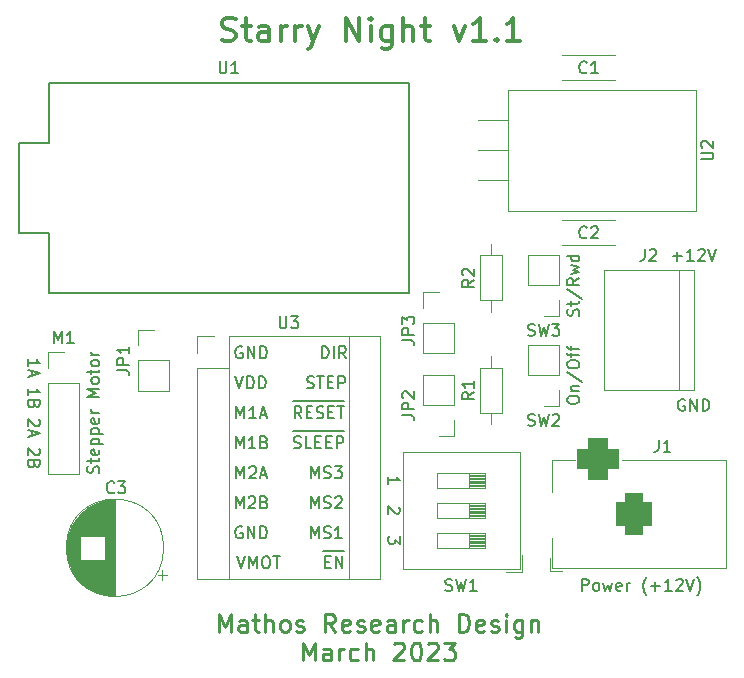
<source format=gto>
G04 #@! TF.GenerationSoftware,KiCad,Pcbnew,7.0.1*
G04 #@! TF.CreationDate,2024-08-10T04:39:01+08:00*
G04 #@! TF.ProjectId,BDST,42445354-2e6b-4696-9361-645f70636258,rev?*
G04 #@! TF.SameCoordinates,Original*
G04 #@! TF.FileFunction,Legend,Top*
G04 #@! TF.FilePolarity,Positive*
%FSLAX46Y46*%
G04 Gerber Fmt 4.6, Leading zero omitted, Abs format (unit mm)*
G04 Created by KiCad (PCBNEW 7.0.1) date 2024-08-10 04:39:01*
%MOMM*%
%LPD*%
G01*
G04 APERTURE LIST*
G04 Aperture macros list*
%AMRoundRect*
0 Rectangle with rounded corners*
0 $1 Rounding radius*
0 $2 $3 $4 $5 $6 $7 $8 $9 X,Y pos of 4 corners*
0 Add a 4 corners polygon primitive as box body*
4,1,4,$2,$3,$4,$5,$6,$7,$8,$9,$2,$3,0*
0 Add four circle primitives for the rounded corners*
1,1,$1+$1,$2,$3*
1,1,$1+$1,$4,$5*
1,1,$1+$1,$6,$7*
1,1,$1+$1,$8,$9*
0 Add four rect primitives between the rounded corners*
20,1,$1+$1,$2,$3,$4,$5,0*
20,1,$1+$1,$4,$5,$6,$7,0*
20,1,$1+$1,$6,$7,$8,$9,0*
20,1,$1+$1,$8,$9,$2,$3,0*%
G04 Aperture macros list end*
%ADD10C,0.150000*%
%ADD11C,0.250000*%
%ADD12C,0.300000*%
%ADD13C,0.120000*%
%ADD14R,1.600000X1.600000*%
%ADD15C,1.600000*%
%ADD16R,3.000000X3.000000*%
%ADD17C,3.000000*%
%ADD18R,1.700000X1.700000*%
%ADD19O,1.700000X1.700000*%
%ADD20C,1.400000*%
%ADD21O,1.400000X1.400000*%
%ADD22C,3.600000*%
%ADD23C,5.600000*%
%ADD24O,1.600000X1.600000*%
%ADD25O,3.500000X3.500000*%
%ADD26R,2.000000X1.905000*%
%ADD27O,2.000000X1.905000*%
%ADD28R,3.500000X3.500000*%
%ADD29RoundRect,0.750000X0.750000X1.000000X-0.750000X1.000000X-0.750000X-1.000000X0.750000X-1.000000X0*%
%ADD30RoundRect,0.875000X0.875000X0.875000X-0.875000X0.875000X-0.875000X-0.875000X0.875000X-0.875000X0*%
G04 APERTURE END LIST*
D10*
X107275476Y-80472619D02*
X107275476Y-79472619D01*
X107275476Y-79472619D02*
X107608809Y-80186904D01*
X107608809Y-80186904D02*
X107942142Y-79472619D01*
X107942142Y-79472619D02*
X107942142Y-80472619D01*
X108370714Y-79567857D02*
X108418333Y-79520238D01*
X108418333Y-79520238D02*
X108513571Y-79472619D01*
X108513571Y-79472619D02*
X108751666Y-79472619D01*
X108751666Y-79472619D02*
X108846904Y-79520238D01*
X108846904Y-79520238D02*
X108894523Y-79567857D01*
X108894523Y-79567857D02*
X108942142Y-79663095D01*
X108942142Y-79663095D02*
X108942142Y-79758333D01*
X108942142Y-79758333D02*
X108894523Y-79901190D01*
X108894523Y-79901190D02*
X108323095Y-80472619D01*
X108323095Y-80472619D02*
X108942142Y-80472619D01*
X109704047Y-79948809D02*
X109846904Y-79996428D01*
X109846904Y-79996428D02*
X109894523Y-80044047D01*
X109894523Y-80044047D02*
X109942142Y-80139285D01*
X109942142Y-80139285D02*
X109942142Y-80282142D01*
X109942142Y-80282142D02*
X109894523Y-80377380D01*
X109894523Y-80377380D02*
X109846904Y-80425000D01*
X109846904Y-80425000D02*
X109751666Y-80472619D01*
X109751666Y-80472619D02*
X109370714Y-80472619D01*
X109370714Y-80472619D02*
X109370714Y-79472619D01*
X109370714Y-79472619D02*
X109704047Y-79472619D01*
X109704047Y-79472619D02*
X109799285Y-79520238D01*
X109799285Y-79520238D02*
X109846904Y-79567857D01*
X109846904Y-79567857D02*
X109894523Y-79663095D01*
X109894523Y-79663095D02*
X109894523Y-79758333D01*
X109894523Y-79758333D02*
X109846904Y-79853571D01*
X109846904Y-79853571D02*
X109799285Y-79901190D01*
X109799285Y-79901190D02*
X109704047Y-79948809D01*
X109704047Y-79948809D02*
X109370714Y-79948809D01*
X107346905Y-77932619D02*
X107346905Y-76932619D01*
X107346905Y-76932619D02*
X107680238Y-77646904D01*
X107680238Y-77646904D02*
X108013571Y-76932619D01*
X108013571Y-76932619D02*
X108013571Y-77932619D01*
X108442143Y-77027857D02*
X108489762Y-76980238D01*
X108489762Y-76980238D02*
X108585000Y-76932619D01*
X108585000Y-76932619D02*
X108823095Y-76932619D01*
X108823095Y-76932619D02*
X108918333Y-76980238D01*
X108918333Y-76980238D02*
X108965952Y-77027857D01*
X108965952Y-77027857D02*
X109013571Y-77123095D01*
X109013571Y-77123095D02*
X109013571Y-77218333D01*
X109013571Y-77218333D02*
X108965952Y-77361190D01*
X108965952Y-77361190D02*
X108394524Y-77932619D01*
X108394524Y-77932619D02*
X109013571Y-77932619D01*
X109394524Y-77646904D02*
X109870714Y-77646904D01*
X109299286Y-77932619D02*
X109632619Y-76932619D01*
X109632619Y-76932619D02*
X109965952Y-77932619D01*
X136581190Y-87457619D02*
X136581190Y-86457619D01*
X136581190Y-86457619D02*
X136962142Y-86457619D01*
X136962142Y-86457619D02*
X137057380Y-86505238D01*
X137057380Y-86505238D02*
X137104999Y-86552857D01*
X137104999Y-86552857D02*
X137152618Y-86648095D01*
X137152618Y-86648095D02*
X137152618Y-86790952D01*
X137152618Y-86790952D02*
X137104999Y-86886190D01*
X137104999Y-86886190D02*
X137057380Y-86933809D01*
X137057380Y-86933809D02*
X136962142Y-86981428D01*
X136962142Y-86981428D02*
X136581190Y-86981428D01*
X137724047Y-87457619D02*
X137628809Y-87410000D01*
X137628809Y-87410000D02*
X137581190Y-87362380D01*
X137581190Y-87362380D02*
X137533571Y-87267142D01*
X137533571Y-87267142D02*
X137533571Y-86981428D01*
X137533571Y-86981428D02*
X137581190Y-86886190D01*
X137581190Y-86886190D02*
X137628809Y-86838571D01*
X137628809Y-86838571D02*
X137724047Y-86790952D01*
X137724047Y-86790952D02*
X137866904Y-86790952D01*
X137866904Y-86790952D02*
X137962142Y-86838571D01*
X137962142Y-86838571D02*
X138009761Y-86886190D01*
X138009761Y-86886190D02*
X138057380Y-86981428D01*
X138057380Y-86981428D02*
X138057380Y-87267142D01*
X138057380Y-87267142D02*
X138009761Y-87362380D01*
X138009761Y-87362380D02*
X137962142Y-87410000D01*
X137962142Y-87410000D02*
X137866904Y-87457619D01*
X137866904Y-87457619D02*
X137724047Y-87457619D01*
X138390714Y-86790952D02*
X138581190Y-87457619D01*
X138581190Y-87457619D02*
X138771666Y-86981428D01*
X138771666Y-86981428D02*
X138962142Y-87457619D01*
X138962142Y-87457619D02*
X139152618Y-86790952D01*
X139914523Y-87410000D02*
X139819285Y-87457619D01*
X139819285Y-87457619D02*
X139628809Y-87457619D01*
X139628809Y-87457619D02*
X139533571Y-87410000D01*
X139533571Y-87410000D02*
X139485952Y-87314761D01*
X139485952Y-87314761D02*
X139485952Y-86933809D01*
X139485952Y-86933809D02*
X139533571Y-86838571D01*
X139533571Y-86838571D02*
X139628809Y-86790952D01*
X139628809Y-86790952D02*
X139819285Y-86790952D01*
X139819285Y-86790952D02*
X139914523Y-86838571D01*
X139914523Y-86838571D02*
X139962142Y-86933809D01*
X139962142Y-86933809D02*
X139962142Y-87029047D01*
X139962142Y-87029047D02*
X139485952Y-87124285D01*
X140390714Y-87457619D02*
X140390714Y-86790952D01*
X140390714Y-86981428D02*
X140438333Y-86886190D01*
X140438333Y-86886190D02*
X140485952Y-86838571D01*
X140485952Y-86838571D02*
X140581190Y-86790952D01*
X140581190Y-86790952D02*
X140676428Y-86790952D01*
X142057381Y-87838571D02*
X142009762Y-87790952D01*
X142009762Y-87790952D02*
X141914524Y-87648095D01*
X141914524Y-87648095D02*
X141866905Y-87552857D01*
X141866905Y-87552857D02*
X141819286Y-87410000D01*
X141819286Y-87410000D02*
X141771667Y-87171904D01*
X141771667Y-87171904D02*
X141771667Y-86981428D01*
X141771667Y-86981428D02*
X141819286Y-86743333D01*
X141819286Y-86743333D02*
X141866905Y-86600476D01*
X141866905Y-86600476D02*
X141914524Y-86505238D01*
X141914524Y-86505238D02*
X142009762Y-86362380D01*
X142009762Y-86362380D02*
X142057381Y-86314761D01*
X142438334Y-87076666D02*
X143200239Y-87076666D01*
X142819286Y-87457619D02*
X142819286Y-86695714D01*
X144200238Y-87457619D02*
X143628810Y-87457619D01*
X143914524Y-87457619D02*
X143914524Y-86457619D01*
X143914524Y-86457619D02*
X143819286Y-86600476D01*
X143819286Y-86600476D02*
X143724048Y-86695714D01*
X143724048Y-86695714D02*
X143628810Y-86743333D01*
X144581191Y-86552857D02*
X144628810Y-86505238D01*
X144628810Y-86505238D02*
X144724048Y-86457619D01*
X144724048Y-86457619D02*
X144962143Y-86457619D01*
X144962143Y-86457619D02*
X145057381Y-86505238D01*
X145057381Y-86505238D02*
X145105000Y-86552857D01*
X145105000Y-86552857D02*
X145152619Y-86648095D01*
X145152619Y-86648095D02*
X145152619Y-86743333D01*
X145152619Y-86743333D02*
X145105000Y-86886190D01*
X145105000Y-86886190D02*
X144533572Y-87457619D01*
X144533572Y-87457619D02*
X145152619Y-87457619D01*
X145438334Y-86457619D02*
X145771667Y-87457619D01*
X145771667Y-87457619D02*
X146105000Y-86457619D01*
X146343096Y-87838571D02*
X146390715Y-87790952D01*
X146390715Y-87790952D02*
X146485953Y-87648095D01*
X146485953Y-87648095D02*
X146533572Y-87552857D01*
X146533572Y-87552857D02*
X146581191Y-87410000D01*
X146581191Y-87410000D02*
X146628810Y-87171904D01*
X146628810Y-87171904D02*
X146628810Y-86981428D01*
X146628810Y-86981428D02*
X146581191Y-86743333D01*
X146581191Y-86743333D02*
X146533572Y-86600476D01*
X146533572Y-86600476D02*
X146485953Y-86505238D01*
X146485953Y-86505238D02*
X146390715Y-86362380D01*
X146390715Y-86362380D02*
X146343096Y-86314761D01*
X135352619Y-71381666D02*
X135352619Y-71191190D01*
X135352619Y-71191190D02*
X135400238Y-71095952D01*
X135400238Y-71095952D02*
X135495476Y-71000714D01*
X135495476Y-71000714D02*
X135685952Y-70953095D01*
X135685952Y-70953095D02*
X136019285Y-70953095D01*
X136019285Y-70953095D02*
X136209761Y-71000714D01*
X136209761Y-71000714D02*
X136305000Y-71095952D01*
X136305000Y-71095952D02*
X136352619Y-71191190D01*
X136352619Y-71191190D02*
X136352619Y-71381666D01*
X136352619Y-71381666D02*
X136305000Y-71476904D01*
X136305000Y-71476904D02*
X136209761Y-71572142D01*
X136209761Y-71572142D02*
X136019285Y-71619761D01*
X136019285Y-71619761D02*
X135685952Y-71619761D01*
X135685952Y-71619761D02*
X135495476Y-71572142D01*
X135495476Y-71572142D02*
X135400238Y-71476904D01*
X135400238Y-71476904D02*
X135352619Y-71381666D01*
X135685952Y-70524523D02*
X136352619Y-70524523D01*
X135781190Y-70524523D02*
X135733571Y-70476904D01*
X135733571Y-70476904D02*
X135685952Y-70381666D01*
X135685952Y-70381666D02*
X135685952Y-70238809D01*
X135685952Y-70238809D02*
X135733571Y-70143571D01*
X135733571Y-70143571D02*
X135828809Y-70095952D01*
X135828809Y-70095952D02*
X136352619Y-70095952D01*
X135305000Y-68905476D02*
X136590714Y-69762618D01*
X135352619Y-68381666D02*
X135352619Y-68191190D01*
X135352619Y-68191190D02*
X135400238Y-68095952D01*
X135400238Y-68095952D02*
X135495476Y-68000714D01*
X135495476Y-68000714D02*
X135685952Y-67953095D01*
X135685952Y-67953095D02*
X136019285Y-67953095D01*
X136019285Y-67953095D02*
X136209761Y-68000714D01*
X136209761Y-68000714D02*
X136305000Y-68095952D01*
X136305000Y-68095952D02*
X136352619Y-68191190D01*
X136352619Y-68191190D02*
X136352619Y-68381666D01*
X136352619Y-68381666D02*
X136305000Y-68476904D01*
X136305000Y-68476904D02*
X136209761Y-68572142D01*
X136209761Y-68572142D02*
X136019285Y-68619761D01*
X136019285Y-68619761D02*
X135685952Y-68619761D01*
X135685952Y-68619761D02*
X135495476Y-68572142D01*
X135495476Y-68572142D02*
X135400238Y-68476904D01*
X135400238Y-68476904D02*
X135352619Y-68381666D01*
X135685952Y-67667380D02*
X135685952Y-67286428D01*
X136352619Y-67524523D02*
X135495476Y-67524523D01*
X135495476Y-67524523D02*
X135400238Y-67476904D01*
X135400238Y-67476904D02*
X135352619Y-67381666D01*
X135352619Y-67381666D02*
X135352619Y-67286428D01*
X135685952Y-67095951D02*
X135685952Y-66714999D01*
X136352619Y-66953094D02*
X135495476Y-66953094D01*
X135495476Y-66953094D02*
X135400238Y-66905475D01*
X135400238Y-66905475D02*
X135352619Y-66810237D01*
X135352619Y-66810237D02*
X135352619Y-66714999D01*
X107823095Y-66820238D02*
X107727857Y-66772619D01*
X107727857Y-66772619D02*
X107585000Y-66772619D01*
X107585000Y-66772619D02*
X107442143Y-66820238D01*
X107442143Y-66820238D02*
X107346905Y-66915476D01*
X107346905Y-66915476D02*
X107299286Y-67010714D01*
X107299286Y-67010714D02*
X107251667Y-67201190D01*
X107251667Y-67201190D02*
X107251667Y-67344047D01*
X107251667Y-67344047D02*
X107299286Y-67534523D01*
X107299286Y-67534523D02*
X107346905Y-67629761D01*
X107346905Y-67629761D02*
X107442143Y-67725000D01*
X107442143Y-67725000D02*
X107585000Y-67772619D01*
X107585000Y-67772619D02*
X107680238Y-67772619D01*
X107680238Y-67772619D02*
X107823095Y-67725000D01*
X107823095Y-67725000D02*
X107870714Y-67677380D01*
X107870714Y-67677380D02*
X107870714Y-67344047D01*
X107870714Y-67344047D02*
X107680238Y-67344047D01*
X108299286Y-67772619D02*
X108299286Y-66772619D01*
X108299286Y-66772619D02*
X108870714Y-67772619D01*
X108870714Y-67772619D02*
X108870714Y-66772619D01*
X109346905Y-67772619D02*
X109346905Y-66772619D01*
X109346905Y-66772619D02*
X109585000Y-66772619D01*
X109585000Y-66772619D02*
X109727857Y-66820238D01*
X109727857Y-66820238D02*
X109823095Y-66915476D01*
X109823095Y-66915476D02*
X109870714Y-67010714D01*
X109870714Y-67010714D02*
X109918333Y-67201190D01*
X109918333Y-67201190D02*
X109918333Y-67344047D01*
X109918333Y-67344047D02*
X109870714Y-67534523D01*
X109870714Y-67534523D02*
X109823095Y-67629761D01*
X109823095Y-67629761D02*
X109727857Y-67725000D01*
X109727857Y-67725000D02*
X109585000Y-67772619D01*
X109585000Y-67772619D02*
X109346905Y-67772619D01*
X90612142Y-72945714D02*
X90659761Y-72993333D01*
X90659761Y-72993333D02*
X90707380Y-73088571D01*
X90707380Y-73088571D02*
X90707380Y-73326666D01*
X90707380Y-73326666D02*
X90659761Y-73421904D01*
X90659761Y-73421904D02*
X90612142Y-73469523D01*
X90612142Y-73469523D02*
X90516904Y-73517142D01*
X90516904Y-73517142D02*
X90421666Y-73517142D01*
X90421666Y-73517142D02*
X90278809Y-73469523D01*
X90278809Y-73469523D02*
X89707380Y-72898095D01*
X89707380Y-72898095D02*
X89707380Y-73517142D01*
X89993095Y-73898095D02*
X89993095Y-74374285D01*
X89707380Y-73802857D02*
X90707380Y-74136190D01*
X90707380Y-74136190D02*
X89707380Y-74469523D01*
X89707380Y-70905714D02*
X89707380Y-70334286D01*
X89707380Y-70620000D02*
X90707380Y-70620000D01*
X90707380Y-70620000D02*
X90564523Y-70524762D01*
X90564523Y-70524762D02*
X90469285Y-70429524D01*
X90469285Y-70429524D02*
X90421666Y-70334286D01*
X90231190Y-71667619D02*
X90183571Y-71810476D01*
X90183571Y-71810476D02*
X90135952Y-71858095D01*
X90135952Y-71858095D02*
X90040714Y-71905714D01*
X90040714Y-71905714D02*
X89897857Y-71905714D01*
X89897857Y-71905714D02*
X89802619Y-71858095D01*
X89802619Y-71858095D02*
X89755000Y-71810476D01*
X89755000Y-71810476D02*
X89707380Y-71715238D01*
X89707380Y-71715238D02*
X89707380Y-71334286D01*
X89707380Y-71334286D02*
X90707380Y-71334286D01*
X90707380Y-71334286D02*
X90707380Y-71667619D01*
X90707380Y-71667619D02*
X90659761Y-71762857D01*
X90659761Y-71762857D02*
X90612142Y-71810476D01*
X90612142Y-71810476D02*
X90516904Y-71858095D01*
X90516904Y-71858095D02*
X90421666Y-71858095D01*
X90421666Y-71858095D02*
X90326428Y-71810476D01*
X90326428Y-71810476D02*
X90278809Y-71762857D01*
X90278809Y-71762857D02*
X90231190Y-71667619D01*
X90231190Y-71667619D02*
X90231190Y-71334286D01*
X107346905Y-72852619D02*
X107346905Y-71852619D01*
X107346905Y-71852619D02*
X107680238Y-72566904D01*
X107680238Y-72566904D02*
X108013571Y-71852619D01*
X108013571Y-71852619D02*
X108013571Y-72852619D01*
X109013571Y-72852619D02*
X108442143Y-72852619D01*
X108727857Y-72852619D02*
X108727857Y-71852619D01*
X108727857Y-71852619D02*
X108632619Y-71995476D01*
X108632619Y-71995476D02*
X108537381Y-72090714D01*
X108537381Y-72090714D02*
X108442143Y-72138333D01*
X109394524Y-72566904D02*
X109870714Y-72566904D01*
X109299286Y-72852619D02*
X109632619Y-71852619D01*
X109632619Y-71852619D02*
X109965952Y-72852619D01*
X107251667Y-69312619D02*
X107585000Y-70312619D01*
X107585000Y-70312619D02*
X107918333Y-69312619D01*
X108251667Y-70312619D02*
X108251667Y-69312619D01*
X108251667Y-69312619D02*
X108489762Y-69312619D01*
X108489762Y-69312619D02*
X108632619Y-69360238D01*
X108632619Y-69360238D02*
X108727857Y-69455476D01*
X108727857Y-69455476D02*
X108775476Y-69550714D01*
X108775476Y-69550714D02*
X108823095Y-69741190D01*
X108823095Y-69741190D02*
X108823095Y-69884047D01*
X108823095Y-69884047D02*
X108775476Y-70074523D01*
X108775476Y-70074523D02*
X108727857Y-70169761D01*
X108727857Y-70169761D02*
X108632619Y-70265000D01*
X108632619Y-70265000D02*
X108489762Y-70312619D01*
X108489762Y-70312619D02*
X108251667Y-70312619D01*
X109251667Y-70312619D02*
X109251667Y-69312619D01*
X109251667Y-69312619D02*
X109489762Y-69312619D01*
X109489762Y-69312619D02*
X109632619Y-69360238D01*
X109632619Y-69360238D02*
X109727857Y-69455476D01*
X109727857Y-69455476D02*
X109775476Y-69550714D01*
X109775476Y-69550714D02*
X109823095Y-69741190D01*
X109823095Y-69741190D02*
X109823095Y-69884047D01*
X109823095Y-69884047D02*
X109775476Y-70074523D01*
X109775476Y-70074523D02*
X109727857Y-70169761D01*
X109727857Y-70169761D02*
X109632619Y-70265000D01*
X109632619Y-70265000D02*
X109489762Y-70312619D01*
X109489762Y-70312619D02*
X109251667Y-70312619D01*
X107823095Y-82060238D02*
X107727857Y-82012619D01*
X107727857Y-82012619D02*
X107585000Y-82012619D01*
X107585000Y-82012619D02*
X107442143Y-82060238D01*
X107442143Y-82060238D02*
X107346905Y-82155476D01*
X107346905Y-82155476D02*
X107299286Y-82250714D01*
X107299286Y-82250714D02*
X107251667Y-82441190D01*
X107251667Y-82441190D02*
X107251667Y-82584047D01*
X107251667Y-82584047D02*
X107299286Y-82774523D01*
X107299286Y-82774523D02*
X107346905Y-82869761D01*
X107346905Y-82869761D02*
X107442143Y-82965000D01*
X107442143Y-82965000D02*
X107585000Y-83012619D01*
X107585000Y-83012619D02*
X107680238Y-83012619D01*
X107680238Y-83012619D02*
X107823095Y-82965000D01*
X107823095Y-82965000D02*
X107870714Y-82917380D01*
X107870714Y-82917380D02*
X107870714Y-82584047D01*
X107870714Y-82584047D02*
X107680238Y-82584047D01*
X108299286Y-83012619D02*
X108299286Y-82012619D01*
X108299286Y-82012619D02*
X108870714Y-83012619D01*
X108870714Y-83012619D02*
X108870714Y-82012619D01*
X109346905Y-83012619D02*
X109346905Y-82012619D01*
X109346905Y-82012619D02*
X109585000Y-82012619D01*
X109585000Y-82012619D02*
X109727857Y-82060238D01*
X109727857Y-82060238D02*
X109823095Y-82155476D01*
X109823095Y-82155476D02*
X109870714Y-82250714D01*
X109870714Y-82250714D02*
X109918333Y-82441190D01*
X109918333Y-82441190D02*
X109918333Y-82584047D01*
X109918333Y-82584047D02*
X109870714Y-82774523D01*
X109870714Y-82774523D02*
X109823095Y-82869761D01*
X109823095Y-82869761D02*
X109727857Y-82965000D01*
X109727857Y-82965000D02*
X109585000Y-83012619D01*
X109585000Y-83012619D02*
X109346905Y-83012619D01*
X112847618Y-72852619D02*
X112514285Y-72376428D01*
X112276190Y-72852619D02*
X112276190Y-71852619D01*
X112276190Y-71852619D02*
X112657142Y-71852619D01*
X112657142Y-71852619D02*
X112752380Y-71900238D01*
X112752380Y-71900238D02*
X112799999Y-71947857D01*
X112799999Y-71947857D02*
X112847618Y-72043095D01*
X112847618Y-72043095D02*
X112847618Y-72185952D01*
X112847618Y-72185952D02*
X112799999Y-72281190D01*
X112799999Y-72281190D02*
X112752380Y-72328809D01*
X112752380Y-72328809D02*
X112657142Y-72376428D01*
X112657142Y-72376428D02*
X112276190Y-72376428D01*
X113276190Y-72328809D02*
X113609523Y-72328809D01*
X113752380Y-72852619D02*
X113276190Y-72852619D01*
X113276190Y-72852619D02*
X113276190Y-71852619D01*
X113276190Y-71852619D02*
X113752380Y-71852619D01*
X114133333Y-72805000D02*
X114276190Y-72852619D01*
X114276190Y-72852619D02*
X114514285Y-72852619D01*
X114514285Y-72852619D02*
X114609523Y-72805000D01*
X114609523Y-72805000D02*
X114657142Y-72757380D01*
X114657142Y-72757380D02*
X114704761Y-72662142D01*
X114704761Y-72662142D02*
X114704761Y-72566904D01*
X114704761Y-72566904D02*
X114657142Y-72471666D01*
X114657142Y-72471666D02*
X114609523Y-72424047D01*
X114609523Y-72424047D02*
X114514285Y-72376428D01*
X114514285Y-72376428D02*
X114323809Y-72328809D01*
X114323809Y-72328809D02*
X114228571Y-72281190D01*
X114228571Y-72281190D02*
X114180952Y-72233571D01*
X114180952Y-72233571D02*
X114133333Y-72138333D01*
X114133333Y-72138333D02*
X114133333Y-72043095D01*
X114133333Y-72043095D02*
X114180952Y-71947857D01*
X114180952Y-71947857D02*
X114228571Y-71900238D01*
X114228571Y-71900238D02*
X114323809Y-71852619D01*
X114323809Y-71852619D02*
X114561904Y-71852619D01*
X114561904Y-71852619D02*
X114704761Y-71900238D01*
X115133333Y-72328809D02*
X115466666Y-72328809D01*
X115609523Y-72852619D02*
X115133333Y-72852619D01*
X115133333Y-72852619D02*
X115133333Y-71852619D01*
X115133333Y-71852619D02*
X115609523Y-71852619D01*
X115895238Y-71852619D02*
X116466666Y-71852619D01*
X116180952Y-72852619D02*
X116180952Y-71852619D01*
X112138095Y-71405000D02*
X116461905Y-71405000D01*
D11*
X105844285Y-90918928D02*
X105844285Y-89418928D01*
X105844285Y-89418928D02*
X106344285Y-90490357D01*
X106344285Y-90490357D02*
X106844285Y-89418928D01*
X106844285Y-89418928D02*
X106844285Y-90918928D01*
X108201429Y-90918928D02*
X108201429Y-90133214D01*
X108201429Y-90133214D02*
X108130000Y-89990357D01*
X108130000Y-89990357D02*
X107987143Y-89918928D01*
X107987143Y-89918928D02*
X107701429Y-89918928D01*
X107701429Y-89918928D02*
X107558571Y-89990357D01*
X108201429Y-90847500D02*
X108058571Y-90918928D01*
X108058571Y-90918928D02*
X107701429Y-90918928D01*
X107701429Y-90918928D02*
X107558571Y-90847500D01*
X107558571Y-90847500D02*
X107487143Y-90704642D01*
X107487143Y-90704642D02*
X107487143Y-90561785D01*
X107487143Y-90561785D02*
X107558571Y-90418928D01*
X107558571Y-90418928D02*
X107701429Y-90347500D01*
X107701429Y-90347500D02*
X108058571Y-90347500D01*
X108058571Y-90347500D02*
X108201429Y-90276071D01*
X108701429Y-89918928D02*
X109272857Y-89918928D01*
X108915714Y-89418928D02*
X108915714Y-90704642D01*
X108915714Y-90704642D02*
X108987143Y-90847500D01*
X108987143Y-90847500D02*
X109130000Y-90918928D01*
X109130000Y-90918928D02*
X109272857Y-90918928D01*
X109772857Y-90918928D02*
X109772857Y-89418928D01*
X110415715Y-90918928D02*
X110415715Y-90133214D01*
X110415715Y-90133214D02*
X110344286Y-89990357D01*
X110344286Y-89990357D02*
X110201429Y-89918928D01*
X110201429Y-89918928D02*
X109987143Y-89918928D01*
X109987143Y-89918928D02*
X109844286Y-89990357D01*
X109844286Y-89990357D02*
X109772857Y-90061785D01*
X111344286Y-90918928D02*
X111201429Y-90847500D01*
X111201429Y-90847500D02*
X111130000Y-90776071D01*
X111130000Y-90776071D02*
X111058572Y-90633214D01*
X111058572Y-90633214D02*
X111058572Y-90204642D01*
X111058572Y-90204642D02*
X111130000Y-90061785D01*
X111130000Y-90061785D02*
X111201429Y-89990357D01*
X111201429Y-89990357D02*
X111344286Y-89918928D01*
X111344286Y-89918928D02*
X111558572Y-89918928D01*
X111558572Y-89918928D02*
X111701429Y-89990357D01*
X111701429Y-89990357D02*
X111772858Y-90061785D01*
X111772858Y-90061785D02*
X111844286Y-90204642D01*
X111844286Y-90204642D02*
X111844286Y-90633214D01*
X111844286Y-90633214D02*
X111772858Y-90776071D01*
X111772858Y-90776071D02*
X111701429Y-90847500D01*
X111701429Y-90847500D02*
X111558572Y-90918928D01*
X111558572Y-90918928D02*
X111344286Y-90918928D01*
X112415715Y-90847500D02*
X112558572Y-90918928D01*
X112558572Y-90918928D02*
X112844286Y-90918928D01*
X112844286Y-90918928D02*
X112987143Y-90847500D01*
X112987143Y-90847500D02*
X113058572Y-90704642D01*
X113058572Y-90704642D02*
X113058572Y-90633214D01*
X113058572Y-90633214D02*
X112987143Y-90490357D01*
X112987143Y-90490357D02*
X112844286Y-90418928D01*
X112844286Y-90418928D02*
X112630001Y-90418928D01*
X112630001Y-90418928D02*
X112487143Y-90347500D01*
X112487143Y-90347500D02*
X112415715Y-90204642D01*
X112415715Y-90204642D02*
X112415715Y-90133214D01*
X112415715Y-90133214D02*
X112487143Y-89990357D01*
X112487143Y-89990357D02*
X112630001Y-89918928D01*
X112630001Y-89918928D02*
X112844286Y-89918928D01*
X112844286Y-89918928D02*
X112987143Y-89990357D01*
X115701429Y-90918928D02*
X115201429Y-90204642D01*
X114844286Y-90918928D02*
X114844286Y-89418928D01*
X114844286Y-89418928D02*
X115415715Y-89418928D01*
X115415715Y-89418928D02*
X115558572Y-89490357D01*
X115558572Y-89490357D02*
X115630001Y-89561785D01*
X115630001Y-89561785D02*
X115701429Y-89704642D01*
X115701429Y-89704642D02*
X115701429Y-89918928D01*
X115701429Y-89918928D02*
X115630001Y-90061785D01*
X115630001Y-90061785D02*
X115558572Y-90133214D01*
X115558572Y-90133214D02*
X115415715Y-90204642D01*
X115415715Y-90204642D02*
X114844286Y-90204642D01*
X116915715Y-90847500D02*
X116772858Y-90918928D01*
X116772858Y-90918928D02*
X116487144Y-90918928D01*
X116487144Y-90918928D02*
X116344286Y-90847500D01*
X116344286Y-90847500D02*
X116272858Y-90704642D01*
X116272858Y-90704642D02*
X116272858Y-90133214D01*
X116272858Y-90133214D02*
X116344286Y-89990357D01*
X116344286Y-89990357D02*
X116487144Y-89918928D01*
X116487144Y-89918928D02*
X116772858Y-89918928D01*
X116772858Y-89918928D02*
X116915715Y-89990357D01*
X116915715Y-89990357D02*
X116987144Y-90133214D01*
X116987144Y-90133214D02*
X116987144Y-90276071D01*
X116987144Y-90276071D02*
X116272858Y-90418928D01*
X117558572Y-90847500D02*
X117701429Y-90918928D01*
X117701429Y-90918928D02*
X117987143Y-90918928D01*
X117987143Y-90918928D02*
X118130000Y-90847500D01*
X118130000Y-90847500D02*
X118201429Y-90704642D01*
X118201429Y-90704642D02*
X118201429Y-90633214D01*
X118201429Y-90633214D02*
X118130000Y-90490357D01*
X118130000Y-90490357D02*
X117987143Y-90418928D01*
X117987143Y-90418928D02*
X117772858Y-90418928D01*
X117772858Y-90418928D02*
X117630000Y-90347500D01*
X117630000Y-90347500D02*
X117558572Y-90204642D01*
X117558572Y-90204642D02*
X117558572Y-90133214D01*
X117558572Y-90133214D02*
X117630000Y-89990357D01*
X117630000Y-89990357D02*
X117772858Y-89918928D01*
X117772858Y-89918928D02*
X117987143Y-89918928D01*
X117987143Y-89918928D02*
X118130000Y-89990357D01*
X119415715Y-90847500D02*
X119272858Y-90918928D01*
X119272858Y-90918928D02*
X118987144Y-90918928D01*
X118987144Y-90918928D02*
X118844286Y-90847500D01*
X118844286Y-90847500D02*
X118772858Y-90704642D01*
X118772858Y-90704642D02*
X118772858Y-90133214D01*
X118772858Y-90133214D02*
X118844286Y-89990357D01*
X118844286Y-89990357D02*
X118987144Y-89918928D01*
X118987144Y-89918928D02*
X119272858Y-89918928D01*
X119272858Y-89918928D02*
X119415715Y-89990357D01*
X119415715Y-89990357D02*
X119487144Y-90133214D01*
X119487144Y-90133214D02*
X119487144Y-90276071D01*
X119487144Y-90276071D02*
X118772858Y-90418928D01*
X120772858Y-90918928D02*
X120772858Y-90133214D01*
X120772858Y-90133214D02*
X120701429Y-89990357D01*
X120701429Y-89990357D02*
X120558572Y-89918928D01*
X120558572Y-89918928D02*
X120272858Y-89918928D01*
X120272858Y-89918928D02*
X120130000Y-89990357D01*
X120772858Y-90847500D02*
X120630000Y-90918928D01*
X120630000Y-90918928D02*
X120272858Y-90918928D01*
X120272858Y-90918928D02*
X120130000Y-90847500D01*
X120130000Y-90847500D02*
X120058572Y-90704642D01*
X120058572Y-90704642D02*
X120058572Y-90561785D01*
X120058572Y-90561785D02*
X120130000Y-90418928D01*
X120130000Y-90418928D02*
X120272858Y-90347500D01*
X120272858Y-90347500D02*
X120630000Y-90347500D01*
X120630000Y-90347500D02*
X120772858Y-90276071D01*
X121487143Y-90918928D02*
X121487143Y-89918928D01*
X121487143Y-90204642D02*
X121558572Y-90061785D01*
X121558572Y-90061785D02*
X121630001Y-89990357D01*
X121630001Y-89990357D02*
X121772858Y-89918928D01*
X121772858Y-89918928D02*
X121915715Y-89918928D01*
X123058572Y-90847500D02*
X122915714Y-90918928D01*
X122915714Y-90918928D02*
X122630000Y-90918928D01*
X122630000Y-90918928D02*
X122487143Y-90847500D01*
X122487143Y-90847500D02*
X122415714Y-90776071D01*
X122415714Y-90776071D02*
X122344286Y-90633214D01*
X122344286Y-90633214D02*
X122344286Y-90204642D01*
X122344286Y-90204642D02*
X122415714Y-90061785D01*
X122415714Y-90061785D02*
X122487143Y-89990357D01*
X122487143Y-89990357D02*
X122630000Y-89918928D01*
X122630000Y-89918928D02*
X122915714Y-89918928D01*
X122915714Y-89918928D02*
X123058572Y-89990357D01*
X123701428Y-90918928D02*
X123701428Y-89418928D01*
X124344286Y-90918928D02*
X124344286Y-90133214D01*
X124344286Y-90133214D02*
X124272857Y-89990357D01*
X124272857Y-89990357D02*
X124130000Y-89918928D01*
X124130000Y-89918928D02*
X123915714Y-89918928D01*
X123915714Y-89918928D02*
X123772857Y-89990357D01*
X123772857Y-89990357D02*
X123701428Y-90061785D01*
X126201428Y-90918928D02*
X126201428Y-89418928D01*
X126201428Y-89418928D02*
X126558571Y-89418928D01*
X126558571Y-89418928D02*
X126772857Y-89490357D01*
X126772857Y-89490357D02*
X126915714Y-89633214D01*
X126915714Y-89633214D02*
X126987143Y-89776071D01*
X126987143Y-89776071D02*
X127058571Y-90061785D01*
X127058571Y-90061785D02*
X127058571Y-90276071D01*
X127058571Y-90276071D02*
X126987143Y-90561785D01*
X126987143Y-90561785D02*
X126915714Y-90704642D01*
X126915714Y-90704642D02*
X126772857Y-90847500D01*
X126772857Y-90847500D02*
X126558571Y-90918928D01*
X126558571Y-90918928D02*
X126201428Y-90918928D01*
X128272857Y-90847500D02*
X128130000Y-90918928D01*
X128130000Y-90918928D02*
X127844286Y-90918928D01*
X127844286Y-90918928D02*
X127701428Y-90847500D01*
X127701428Y-90847500D02*
X127630000Y-90704642D01*
X127630000Y-90704642D02*
X127630000Y-90133214D01*
X127630000Y-90133214D02*
X127701428Y-89990357D01*
X127701428Y-89990357D02*
X127844286Y-89918928D01*
X127844286Y-89918928D02*
X128130000Y-89918928D01*
X128130000Y-89918928D02*
X128272857Y-89990357D01*
X128272857Y-89990357D02*
X128344286Y-90133214D01*
X128344286Y-90133214D02*
X128344286Y-90276071D01*
X128344286Y-90276071D02*
X127630000Y-90418928D01*
X128915714Y-90847500D02*
X129058571Y-90918928D01*
X129058571Y-90918928D02*
X129344285Y-90918928D01*
X129344285Y-90918928D02*
X129487142Y-90847500D01*
X129487142Y-90847500D02*
X129558571Y-90704642D01*
X129558571Y-90704642D02*
X129558571Y-90633214D01*
X129558571Y-90633214D02*
X129487142Y-90490357D01*
X129487142Y-90490357D02*
X129344285Y-90418928D01*
X129344285Y-90418928D02*
X129130000Y-90418928D01*
X129130000Y-90418928D02*
X128987142Y-90347500D01*
X128987142Y-90347500D02*
X128915714Y-90204642D01*
X128915714Y-90204642D02*
X128915714Y-90133214D01*
X128915714Y-90133214D02*
X128987142Y-89990357D01*
X128987142Y-89990357D02*
X129130000Y-89918928D01*
X129130000Y-89918928D02*
X129344285Y-89918928D01*
X129344285Y-89918928D02*
X129487142Y-89990357D01*
X130201428Y-90918928D02*
X130201428Y-89918928D01*
X130201428Y-89418928D02*
X130130000Y-89490357D01*
X130130000Y-89490357D02*
X130201428Y-89561785D01*
X130201428Y-89561785D02*
X130272857Y-89490357D01*
X130272857Y-89490357D02*
X130201428Y-89418928D01*
X130201428Y-89418928D02*
X130201428Y-89561785D01*
X131558572Y-89918928D02*
X131558572Y-91133214D01*
X131558572Y-91133214D02*
X131487143Y-91276071D01*
X131487143Y-91276071D02*
X131415714Y-91347500D01*
X131415714Y-91347500D02*
X131272857Y-91418928D01*
X131272857Y-91418928D02*
X131058572Y-91418928D01*
X131058572Y-91418928D02*
X130915714Y-91347500D01*
X131558572Y-90847500D02*
X131415714Y-90918928D01*
X131415714Y-90918928D02*
X131130000Y-90918928D01*
X131130000Y-90918928D02*
X130987143Y-90847500D01*
X130987143Y-90847500D02*
X130915714Y-90776071D01*
X130915714Y-90776071D02*
X130844286Y-90633214D01*
X130844286Y-90633214D02*
X130844286Y-90204642D01*
X130844286Y-90204642D02*
X130915714Y-90061785D01*
X130915714Y-90061785D02*
X130987143Y-89990357D01*
X130987143Y-89990357D02*
X131130000Y-89918928D01*
X131130000Y-89918928D02*
X131415714Y-89918928D01*
X131415714Y-89918928D02*
X131558572Y-89990357D01*
X132272857Y-89918928D02*
X132272857Y-90918928D01*
X132272857Y-90061785D02*
X132344286Y-89990357D01*
X132344286Y-89990357D02*
X132487143Y-89918928D01*
X132487143Y-89918928D02*
X132701429Y-89918928D01*
X132701429Y-89918928D02*
X132844286Y-89990357D01*
X132844286Y-89990357D02*
X132915715Y-90133214D01*
X132915715Y-90133214D02*
X132915715Y-90918928D01*
X112987143Y-93348928D02*
X112987143Y-91848928D01*
X112987143Y-91848928D02*
X113487143Y-92920357D01*
X113487143Y-92920357D02*
X113987143Y-91848928D01*
X113987143Y-91848928D02*
X113987143Y-93348928D01*
X115344287Y-93348928D02*
X115344287Y-92563214D01*
X115344287Y-92563214D02*
X115272858Y-92420357D01*
X115272858Y-92420357D02*
X115130001Y-92348928D01*
X115130001Y-92348928D02*
X114844287Y-92348928D01*
X114844287Y-92348928D02*
X114701429Y-92420357D01*
X115344287Y-93277500D02*
X115201429Y-93348928D01*
X115201429Y-93348928D02*
X114844287Y-93348928D01*
X114844287Y-93348928D02*
X114701429Y-93277500D01*
X114701429Y-93277500D02*
X114630001Y-93134642D01*
X114630001Y-93134642D02*
X114630001Y-92991785D01*
X114630001Y-92991785D02*
X114701429Y-92848928D01*
X114701429Y-92848928D02*
X114844287Y-92777500D01*
X114844287Y-92777500D02*
X115201429Y-92777500D01*
X115201429Y-92777500D02*
X115344287Y-92706071D01*
X116058572Y-93348928D02*
X116058572Y-92348928D01*
X116058572Y-92634642D02*
X116130001Y-92491785D01*
X116130001Y-92491785D02*
X116201430Y-92420357D01*
X116201430Y-92420357D02*
X116344287Y-92348928D01*
X116344287Y-92348928D02*
X116487144Y-92348928D01*
X117630001Y-93277500D02*
X117487143Y-93348928D01*
X117487143Y-93348928D02*
X117201429Y-93348928D01*
X117201429Y-93348928D02*
X117058572Y-93277500D01*
X117058572Y-93277500D02*
X116987143Y-93206071D01*
X116987143Y-93206071D02*
X116915715Y-93063214D01*
X116915715Y-93063214D02*
X116915715Y-92634642D01*
X116915715Y-92634642D02*
X116987143Y-92491785D01*
X116987143Y-92491785D02*
X117058572Y-92420357D01*
X117058572Y-92420357D02*
X117201429Y-92348928D01*
X117201429Y-92348928D02*
X117487143Y-92348928D01*
X117487143Y-92348928D02*
X117630001Y-92420357D01*
X118272857Y-93348928D02*
X118272857Y-91848928D01*
X118915715Y-93348928D02*
X118915715Y-92563214D01*
X118915715Y-92563214D02*
X118844286Y-92420357D01*
X118844286Y-92420357D02*
X118701429Y-92348928D01*
X118701429Y-92348928D02*
X118487143Y-92348928D01*
X118487143Y-92348928D02*
X118344286Y-92420357D01*
X118344286Y-92420357D02*
X118272857Y-92491785D01*
X120701429Y-91991785D02*
X120772857Y-91920357D01*
X120772857Y-91920357D02*
X120915715Y-91848928D01*
X120915715Y-91848928D02*
X121272857Y-91848928D01*
X121272857Y-91848928D02*
X121415715Y-91920357D01*
X121415715Y-91920357D02*
X121487143Y-91991785D01*
X121487143Y-91991785D02*
X121558572Y-92134642D01*
X121558572Y-92134642D02*
X121558572Y-92277500D01*
X121558572Y-92277500D02*
X121487143Y-92491785D01*
X121487143Y-92491785D02*
X120630000Y-93348928D01*
X120630000Y-93348928D02*
X121558572Y-93348928D01*
X122487143Y-91848928D02*
X122630000Y-91848928D01*
X122630000Y-91848928D02*
X122772857Y-91920357D01*
X122772857Y-91920357D02*
X122844286Y-91991785D01*
X122844286Y-91991785D02*
X122915714Y-92134642D01*
X122915714Y-92134642D02*
X122987143Y-92420357D01*
X122987143Y-92420357D02*
X122987143Y-92777500D01*
X122987143Y-92777500D02*
X122915714Y-93063214D01*
X122915714Y-93063214D02*
X122844286Y-93206071D01*
X122844286Y-93206071D02*
X122772857Y-93277500D01*
X122772857Y-93277500D02*
X122630000Y-93348928D01*
X122630000Y-93348928D02*
X122487143Y-93348928D01*
X122487143Y-93348928D02*
X122344286Y-93277500D01*
X122344286Y-93277500D02*
X122272857Y-93206071D01*
X122272857Y-93206071D02*
X122201428Y-93063214D01*
X122201428Y-93063214D02*
X122130000Y-92777500D01*
X122130000Y-92777500D02*
X122130000Y-92420357D01*
X122130000Y-92420357D02*
X122201428Y-92134642D01*
X122201428Y-92134642D02*
X122272857Y-91991785D01*
X122272857Y-91991785D02*
X122344286Y-91920357D01*
X122344286Y-91920357D02*
X122487143Y-91848928D01*
X123558571Y-91991785D02*
X123629999Y-91920357D01*
X123629999Y-91920357D02*
X123772857Y-91848928D01*
X123772857Y-91848928D02*
X124129999Y-91848928D01*
X124129999Y-91848928D02*
X124272857Y-91920357D01*
X124272857Y-91920357D02*
X124344285Y-91991785D01*
X124344285Y-91991785D02*
X124415714Y-92134642D01*
X124415714Y-92134642D02*
X124415714Y-92277500D01*
X124415714Y-92277500D02*
X124344285Y-92491785D01*
X124344285Y-92491785D02*
X123487142Y-93348928D01*
X123487142Y-93348928D02*
X124415714Y-93348928D01*
X124915713Y-91848928D02*
X125844285Y-91848928D01*
X125844285Y-91848928D02*
X125344285Y-92420357D01*
X125344285Y-92420357D02*
X125558570Y-92420357D01*
X125558570Y-92420357D02*
X125701428Y-92491785D01*
X125701428Y-92491785D02*
X125772856Y-92563214D01*
X125772856Y-92563214D02*
X125844285Y-92706071D01*
X125844285Y-92706071D02*
X125844285Y-93063214D01*
X125844285Y-93063214D02*
X125772856Y-93206071D01*
X125772856Y-93206071D02*
X125701428Y-93277500D01*
X125701428Y-93277500D02*
X125558570Y-93348928D01*
X125558570Y-93348928D02*
X125129999Y-93348928D01*
X125129999Y-93348928D02*
X124987142Y-93277500D01*
X124987142Y-93277500D02*
X124915713Y-93206071D01*
D10*
X113649286Y-80472619D02*
X113649286Y-79472619D01*
X113649286Y-79472619D02*
X113982619Y-80186904D01*
X113982619Y-80186904D02*
X114315952Y-79472619D01*
X114315952Y-79472619D02*
X114315952Y-80472619D01*
X114744524Y-80425000D02*
X114887381Y-80472619D01*
X114887381Y-80472619D02*
X115125476Y-80472619D01*
X115125476Y-80472619D02*
X115220714Y-80425000D01*
X115220714Y-80425000D02*
X115268333Y-80377380D01*
X115268333Y-80377380D02*
X115315952Y-80282142D01*
X115315952Y-80282142D02*
X115315952Y-80186904D01*
X115315952Y-80186904D02*
X115268333Y-80091666D01*
X115268333Y-80091666D02*
X115220714Y-80044047D01*
X115220714Y-80044047D02*
X115125476Y-79996428D01*
X115125476Y-79996428D02*
X114935000Y-79948809D01*
X114935000Y-79948809D02*
X114839762Y-79901190D01*
X114839762Y-79901190D02*
X114792143Y-79853571D01*
X114792143Y-79853571D02*
X114744524Y-79758333D01*
X114744524Y-79758333D02*
X114744524Y-79663095D01*
X114744524Y-79663095D02*
X114792143Y-79567857D01*
X114792143Y-79567857D02*
X114839762Y-79520238D01*
X114839762Y-79520238D02*
X114935000Y-79472619D01*
X114935000Y-79472619D02*
X115173095Y-79472619D01*
X115173095Y-79472619D02*
X115315952Y-79520238D01*
X115696905Y-79567857D02*
X115744524Y-79520238D01*
X115744524Y-79520238D02*
X115839762Y-79472619D01*
X115839762Y-79472619D02*
X116077857Y-79472619D01*
X116077857Y-79472619D02*
X116173095Y-79520238D01*
X116173095Y-79520238D02*
X116220714Y-79567857D01*
X116220714Y-79567857D02*
X116268333Y-79663095D01*
X116268333Y-79663095D02*
X116268333Y-79758333D01*
X116268333Y-79758333D02*
X116220714Y-79901190D01*
X116220714Y-79901190D02*
X115649286Y-80472619D01*
X115649286Y-80472619D02*
X116268333Y-80472619D01*
X90612142Y-75414286D02*
X90659761Y-75461905D01*
X90659761Y-75461905D02*
X90707380Y-75557143D01*
X90707380Y-75557143D02*
X90707380Y-75795238D01*
X90707380Y-75795238D02*
X90659761Y-75890476D01*
X90659761Y-75890476D02*
X90612142Y-75938095D01*
X90612142Y-75938095D02*
X90516904Y-75985714D01*
X90516904Y-75985714D02*
X90421666Y-75985714D01*
X90421666Y-75985714D02*
X90278809Y-75938095D01*
X90278809Y-75938095D02*
X89707380Y-75366667D01*
X89707380Y-75366667D02*
X89707380Y-75985714D01*
X90231190Y-76747619D02*
X90183571Y-76890476D01*
X90183571Y-76890476D02*
X90135952Y-76938095D01*
X90135952Y-76938095D02*
X90040714Y-76985714D01*
X90040714Y-76985714D02*
X89897857Y-76985714D01*
X89897857Y-76985714D02*
X89802619Y-76938095D01*
X89802619Y-76938095D02*
X89755000Y-76890476D01*
X89755000Y-76890476D02*
X89707380Y-76795238D01*
X89707380Y-76795238D02*
X89707380Y-76414286D01*
X89707380Y-76414286D02*
X90707380Y-76414286D01*
X90707380Y-76414286D02*
X90707380Y-76747619D01*
X90707380Y-76747619D02*
X90659761Y-76842857D01*
X90659761Y-76842857D02*
X90612142Y-76890476D01*
X90612142Y-76890476D02*
X90516904Y-76938095D01*
X90516904Y-76938095D02*
X90421666Y-76938095D01*
X90421666Y-76938095D02*
X90326428Y-76890476D01*
X90326428Y-76890476D02*
X90278809Y-76842857D01*
X90278809Y-76842857D02*
X90231190Y-76747619D01*
X90231190Y-76747619D02*
X90231190Y-76414286D01*
D12*
X106125951Y-40835000D02*
X106411665Y-40930238D01*
X106411665Y-40930238D02*
X106887856Y-40930238D01*
X106887856Y-40930238D02*
X107078332Y-40835000D01*
X107078332Y-40835000D02*
X107173570Y-40739761D01*
X107173570Y-40739761D02*
X107268808Y-40549285D01*
X107268808Y-40549285D02*
X107268808Y-40358809D01*
X107268808Y-40358809D02*
X107173570Y-40168333D01*
X107173570Y-40168333D02*
X107078332Y-40073095D01*
X107078332Y-40073095D02*
X106887856Y-39977857D01*
X106887856Y-39977857D02*
X106506903Y-39882619D01*
X106506903Y-39882619D02*
X106316427Y-39787380D01*
X106316427Y-39787380D02*
X106221189Y-39692142D01*
X106221189Y-39692142D02*
X106125951Y-39501666D01*
X106125951Y-39501666D02*
X106125951Y-39311190D01*
X106125951Y-39311190D02*
X106221189Y-39120714D01*
X106221189Y-39120714D02*
X106316427Y-39025476D01*
X106316427Y-39025476D02*
X106506903Y-38930238D01*
X106506903Y-38930238D02*
X106983094Y-38930238D01*
X106983094Y-38930238D02*
X107268808Y-39025476D01*
X107840237Y-39596904D02*
X108602141Y-39596904D01*
X108125951Y-38930238D02*
X108125951Y-40644523D01*
X108125951Y-40644523D02*
X108221189Y-40835000D01*
X108221189Y-40835000D02*
X108411665Y-40930238D01*
X108411665Y-40930238D02*
X108602141Y-40930238D01*
X110125951Y-40930238D02*
X110125951Y-39882619D01*
X110125951Y-39882619D02*
X110030713Y-39692142D01*
X110030713Y-39692142D02*
X109840237Y-39596904D01*
X109840237Y-39596904D02*
X109459284Y-39596904D01*
X109459284Y-39596904D02*
X109268808Y-39692142D01*
X110125951Y-40835000D02*
X109935475Y-40930238D01*
X109935475Y-40930238D02*
X109459284Y-40930238D01*
X109459284Y-40930238D02*
X109268808Y-40835000D01*
X109268808Y-40835000D02*
X109173570Y-40644523D01*
X109173570Y-40644523D02*
X109173570Y-40454047D01*
X109173570Y-40454047D02*
X109268808Y-40263571D01*
X109268808Y-40263571D02*
X109459284Y-40168333D01*
X109459284Y-40168333D02*
X109935475Y-40168333D01*
X109935475Y-40168333D02*
X110125951Y-40073095D01*
X111078332Y-40930238D02*
X111078332Y-39596904D01*
X111078332Y-39977857D02*
X111173570Y-39787380D01*
X111173570Y-39787380D02*
X111268808Y-39692142D01*
X111268808Y-39692142D02*
X111459284Y-39596904D01*
X111459284Y-39596904D02*
X111649761Y-39596904D01*
X112316427Y-40930238D02*
X112316427Y-39596904D01*
X112316427Y-39977857D02*
X112411665Y-39787380D01*
X112411665Y-39787380D02*
X112506903Y-39692142D01*
X112506903Y-39692142D02*
X112697379Y-39596904D01*
X112697379Y-39596904D02*
X112887856Y-39596904D01*
X113364046Y-39596904D02*
X113840236Y-40930238D01*
X114316427Y-39596904D02*
X113840236Y-40930238D01*
X113840236Y-40930238D02*
X113649760Y-41406428D01*
X113649760Y-41406428D02*
X113554522Y-41501666D01*
X113554522Y-41501666D02*
X113364046Y-41596904D01*
X116602142Y-40930238D02*
X116602142Y-38930238D01*
X116602142Y-38930238D02*
X117744999Y-40930238D01*
X117744999Y-40930238D02*
X117744999Y-38930238D01*
X118697380Y-40930238D02*
X118697380Y-39596904D01*
X118697380Y-38930238D02*
X118602142Y-39025476D01*
X118602142Y-39025476D02*
X118697380Y-39120714D01*
X118697380Y-39120714D02*
X118792618Y-39025476D01*
X118792618Y-39025476D02*
X118697380Y-38930238D01*
X118697380Y-38930238D02*
X118697380Y-39120714D01*
X120506904Y-39596904D02*
X120506904Y-41215952D01*
X120506904Y-41215952D02*
X120411666Y-41406428D01*
X120411666Y-41406428D02*
X120316428Y-41501666D01*
X120316428Y-41501666D02*
X120125951Y-41596904D01*
X120125951Y-41596904D02*
X119840237Y-41596904D01*
X119840237Y-41596904D02*
X119649761Y-41501666D01*
X120506904Y-40835000D02*
X120316428Y-40930238D01*
X120316428Y-40930238D02*
X119935475Y-40930238D01*
X119935475Y-40930238D02*
X119744999Y-40835000D01*
X119744999Y-40835000D02*
X119649761Y-40739761D01*
X119649761Y-40739761D02*
X119554523Y-40549285D01*
X119554523Y-40549285D02*
X119554523Y-39977857D01*
X119554523Y-39977857D02*
X119649761Y-39787380D01*
X119649761Y-39787380D02*
X119744999Y-39692142D01*
X119744999Y-39692142D02*
X119935475Y-39596904D01*
X119935475Y-39596904D02*
X120316428Y-39596904D01*
X120316428Y-39596904D02*
X120506904Y-39692142D01*
X121459285Y-40930238D02*
X121459285Y-38930238D01*
X122316428Y-40930238D02*
X122316428Y-39882619D01*
X122316428Y-39882619D02*
X122221190Y-39692142D01*
X122221190Y-39692142D02*
X122030714Y-39596904D01*
X122030714Y-39596904D02*
X121744999Y-39596904D01*
X121744999Y-39596904D02*
X121554523Y-39692142D01*
X121554523Y-39692142D02*
X121459285Y-39787380D01*
X122983095Y-39596904D02*
X123744999Y-39596904D01*
X123268809Y-38930238D02*
X123268809Y-40644523D01*
X123268809Y-40644523D02*
X123364047Y-40835000D01*
X123364047Y-40835000D02*
X123554523Y-40930238D01*
X123554523Y-40930238D02*
X123744999Y-40930238D01*
X125745000Y-39596904D02*
X126221190Y-40930238D01*
X126221190Y-40930238D02*
X126697381Y-39596904D01*
X128506905Y-40930238D02*
X127364048Y-40930238D01*
X127935476Y-40930238D02*
X127935476Y-38930238D01*
X127935476Y-38930238D02*
X127745000Y-39215952D01*
X127745000Y-39215952D02*
X127554524Y-39406428D01*
X127554524Y-39406428D02*
X127364048Y-39501666D01*
X129364048Y-40739761D02*
X129459286Y-40835000D01*
X129459286Y-40835000D02*
X129364048Y-40930238D01*
X129364048Y-40930238D02*
X129268810Y-40835000D01*
X129268810Y-40835000D02*
X129364048Y-40739761D01*
X129364048Y-40739761D02*
X129364048Y-40930238D01*
X131364048Y-40930238D02*
X130221191Y-40930238D01*
X130792619Y-40930238D02*
X130792619Y-38930238D01*
X130792619Y-38930238D02*
X130602143Y-39215952D01*
X130602143Y-39215952D02*
X130411667Y-39406428D01*
X130411667Y-39406428D02*
X130221191Y-39501666D01*
D10*
X107275476Y-75392619D02*
X107275476Y-74392619D01*
X107275476Y-74392619D02*
X107608809Y-75106904D01*
X107608809Y-75106904D02*
X107942142Y-74392619D01*
X107942142Y-74392619D02*
X107942142Y-75392619D01*
X108942142Y-75392619D02*
X108370714Y-75392619D01*
X108656428Y-75392619D02*
X108656428Y-74392619D01*
X108656428Y-74392619D02*
X108561190Y-74535476D01*
X108561190Y-74535476D02*
X108465952Y-74630714D01*
X108465952Y-74630714D02*
X108370714Y-74678333D01*
X109704047Y-74868809D02*
X109846904Y-74916428D01*
X109846904Y-74916428D02*
X109894523Y-74964047D01*
X109894523Y-74964047D02*
X109942142Y-75059285D01*
X109942142Y-75059285D02*
X109942142Y-75202142D01*
X109942142Y-75202142D02*
X109894523Y-75297380D01*
X109894523Y-75297380D02*
X109846904Y-75345000D01*
X109846904Y-75345000D02*
X109751666Y-75392619D01*
X109751666Y-75392619D02*
X109370714Y-75392619D01*
X109370714Y-75392619D02*
X109370714Y-74392619D01*
X109370714Y-74392619D02*
X109704047Y-74392619D01*
X109704047Y-74392619D02*
X109799285Y-74440238D01*
X109799285Y-74440238D02*
X109846904Y-74487857D01*
X109846904Y-74487857D02*
X109894523Y-74583095D01*
X109894523Y-74583095D02*
X109894523Y-74678333D01*
X109894523Y-74678333D02*
X109846904Y-74773571D01*
X109846904Y-74773571D02*
X109799285Y-74821190D01*
X109799285Y-74821190D02*
X109704047Y-74868809D01*
X109704047Y-74868809D02*
X109370714Y-74868809D01*
X89707380Y-68437142D02*
X89707380Y-67865714D01*
X89707380Y-68151428D02*
X90707380Y-68151428D01*
X90707380Y-68151428D02*
X90564523Y-68056190D01*
X90564523Y-68056190D02*
X90469285Y-67960952D01*
X90469285Y-67960952D02*
X90421666Y-67865714D01*
X89993095Y-68818095D02*
X89993095Y-69294285D01*
X89707380Y-68722857D02*
X90707380Y-69056190D01*
X90707380Y-69056190D02*
X89707380Y-69389523D01*
X114570000Y-67772619D02*
X114570000Y-66772619D01*
X114570000Y-66772619D02*
X114808095Y-66772619D01*
X114808095Y-66772619D02*
X114950952Y-66820238D01*
X114950952Y-66820238D02*
X115046190Y-66915476D01*
X115046190Y-66915476D02*
X115093809Y-67010714D01*
X115093809Y-67010714D02*
X115141428Y-67201190D01*
X115141428Y-67201190D02*
X115141428Y-67344047D01*
X115141428Y-67344047D02*
X115093809Y-67534523D01*
X115093809Y-67534523D02*
X115046190Y-67629761D01*
X115046190Y-67629761D02*
X114950952Y-67725000D01*
X114950952Y-67725000D02*
X114808095Y-67772619D01*
X114808095Y-67772619D02*
X114570000Y-67772619D01*
X115570000Y-67772619D02*
X115570000Y-66772619D01*
X116617618Y-67772619D02*
X116284285Y-67296428D01*
X116046190Y-67772619D02*
X116046190Y-66772619D01*
X116046190Y-66772619D02*
X116427142Y-66772619D01*
X116427142Y-66772619D02*
X116522380Y-66820238D01*
X116522380Y-66820238D02*
X116569999Y-66867857D01*
X116569999Y-66867857D02*
X116617618Y-66963095D01*
X116617618Y-66963095D02*
X116617618Y-67105952D01*
X116617618Y-67105952D02*
X116569999Y-67201190D01*
X116569999Y-67201190D02*
X116522380Y-67248809D01*
X116522380Y-67248809D02*
X116427142Y-67296428D01*
X116427142Y-67296428D02*
X116046190Y-67296428D01*
X145288095Y-71265238D02*
X145192857Y-71217619D01*
X145192857Y-71217619D02*
X145050000Y-71217619D01*
X145050000Y-71217619D02*
X144907143Y-71265238D01*
X144907143Y-71265238D02*
X144811905Y-71360476D01*
X144811905Y-71360476D02*
X144764286Y-71455714D01*
X144764286Y-71455714D02*
X144716667Y-71646190D01*
X144716667Y-71646190D02*
X144716667Y-71789047D01*
X144716667Y-71789047D02*
X144764286Y-71979523D01*
X144764286Y-71979523D02*
X144811905Y-72074761D01*
X144811905Y-72074761D02*
X144907143Y-72170000D01*
X144907143Y-72170000D02*
X145050000Y-72217619D01*
X145050000Y-72217619D02*
X145145238Y-72217619D01*
X145145238Y-72217619D02*
X145288095Y-72170000D01*
X145288095Y-72170000D02*
X145335714Y-72122380D01*
X145335714Y-72122380D02*
X145335714Y-71789047D01*
X145335714Y-71789047D02*
X145145238Y-71789047D01*
X145764286Y-72217619D02*
X145764286Y-71217619D01*
X145764286Y-71217619D02*
X146335714Y-72217619D01*
X146335714Y-72217619D02*
X146335714Y-71217619D01*
X146811905Y-72217619D02*
X146811905Y-71217619D01*
X146811905Y-71217619D02*
X147050000Y-71217619D01*
X147050000Y-71217619D02*
X147192857Y-71265238D01*
X147192857Y-71265238D02*
X147288095Y-71360476D01*
X147288095Y-71360476D02*
X147335714Y-71455714D01*
X147335714Y-71455714D02*
X147383333Y-71646190D01*
X147383333Y-71646190D02*
X147383333Y-71789047D01*
X147383333Y-71789047D02*
X147335714Y-71979523D01*
X147335714Y-71979523D02*
X147288095Y-72074761D01*
X147288095Y-72074761D02*
X147192857Y-72170000D01*
X147192857Y-72170000D02*
X147050000Y-72217619D01*
X147050000Y-72217619D02*
X146811905Y-72217619D01*
X121092142Y-80359286D02*
X121139761Y-80406905D01*
X121139761Y-80406905D02*
X121187380Y-80502143D01*
X121187380Y-80502143D02*
X121187380Y-80740238D01*
X121187380Y-80740238D02*
X121139761Y-80835476D01*
X121139761Y-80835476D02*
X121092142Y-80883095D01*
X121092142Y-80883095D02*
X120996904Y-80930714D01*
X120996904Y-80930714D02*
X120901666Y-80930714D01*
X120901666Y-80930714D02*
X120758809Y-80883095D01*
X120758809Y-80883095D02*
X120187380Y-80311667D01*
X120187380Y-80311667D02*
X120187380Y-80930714D01*
X136305000Y-64166428D02*
X136352619Y-64023571D01*
X136352619Y-64023571D02*
X136352619Y-63785476D01*
X136352619Y-63785476D02*
X136305000Y-63690238D01*
X136305000Y-63690238D02*
X136257380Y-63642619D01*
X136257380Y-63642619D02*
X136162142Y-63595000D01*
X136162142Y-63595000D02*
X136066904Y-63595000D01*
X136066904Y-63595000D02*
X135971666Y-63642619D01*
X135971666Y-63642619D02*
X135924047Y-63690238D01*
X135924047Y-63690238D02*
X135876428Y-63785476D01*
X135876428Y-63785476D02*
X135828809Y-63975952D01*
X135828809Y-63975952D02*
X135781190Y-64071190D01*
X135781190Y-64071190D02*
X135733571Y-64118809D01*
X135733571Y-64118809D02*
X135638333Y-64166428D01*
X135638333Y-64166428D02*
X135543095Y-64166428D01*
X135543095Y-64166428D02*
X135447857Y-64118809D01*
X135447857Y-64118809D02*
X135400238Y-64071190D01*
X135400238Y-64071190D02*
X135352619Y-63975952D01*
X135352619Y-63975952D02*
X135352619Y-63737857D01*
X135352619Y-63737857D02*
X135400238Y-63595000D01*
X135685952Y-63309285D02*
X135685952Y-62928333D01*
X135352619Y-63166428D02*
X136209761Y-63166428D01*
X136209761Y-63166428D02*
X136305000Y-63118809D01*
X136305000Y-63118809D02*
X136352619Y-63023571D01*
X136352619Y-63023571D02*
X136352619Y-62928333D01*
X135305000Y-61880714D02*
X136590714Y-62737856D01*
X136352619Y-60975952D02*
X135876428Y-61309285D01*
X136352619Y-61547380D02*
X135352619Y-61547380D01*
X135352619Y-61547380D02*
X135352619Y-61166428D01*
X135352619Y-61166428D02*
X135400238Y-61071190D01*
X135400238Y-61071190D02*
X135447857Y-61023571D01*
X135447857Y-61023571D02*
X135543095Y-60975952D01*
X135543095Y-60975952D02*
X135685952Y-60975952D01*
X135685952Y-60975952D02*
X135781190Y-61023571D01*
X135781190Y-61023571D02*
X135828809Y-61071190D01*
X135828809Y-61071190D02*
X135876428Y-61166428D01*
X135876428Y-61166428D02*
X135876428Y-61547380D01*
X135685952Y-60642618D02*
X136352619Y-60452142D01*
X136352619Y-60452142D02*
X135876428Y-60261666D01*
X135876428Y-60261666D02*
X136352619Y-60071190D01*
X136352619Y-60071190D02*
X135685952Y-59880714D01*
X136352619Y-59071190D02*
X135352619Y-59071190D01*
X136305000Y-59071190D02*
X136352619Y-59166428D01*
X136352619Y-59166428D02*
X136352619Y-59356904D01*
X136352619Y-59356904D02*
X136305000Y-59452142D01*
X136305000Y-59452142D02*
X136257380Y-59499761D01*
X136257380Y-59499761D02*
X136162142Y-59547380D01*
X136162142Y-59547380D02*
X135876428Y-59547380D01*
X135876428Y-59547380D02*
X135781190Y-59499761D01*
X135781190Y-59499761D02*
X135733571Y-59452142D01*
X135733571Y-59452142D02*
X135685952Y-59356904D01*
X135685952Y-59356904D02*
X135685952Y-59166428D01*
X135685952Y-59166428D02*
X135733571Y-59071190D01*
X121187380Y-82851667D02*
X121187380Y-83470714D01*
X121187380Y-83470714D02*
X120806428Y-83137381D01*
X120806428Y-83137381D02*
X120806428Y-83280238D01*
X120806428Y-83280238D02*
X120758809Y-83375476D01*
X120758809Y-83375476D02*
X120711190Y-83423095D01*
X120711190Y-83423095D02*
X120615952Y-83470714D01*
X120615952Y-83470714D02*
X120377857Y-83470714D01*
X120377857Y-83470714D02*
X120282619Y-83423095D01*
X120282619Y-83423095D02*
X120235000Y-83375476D01*
X120235000Y-83375476D02*
X120187380Y-83280238D01*
X120187380Y-83280238D02*
X120187380Y-82994524D01*
X120187380Y-82994524D02*
X120235000Y-82899286D01*
X120235000Y-82899286D02*
X120282619Y-82851667D01*
X113649286Y-83012619D02*
X113649286Y-82012619D01*
X113649286Y-82012619D02*
X113982619Y-82726904D01*
X113982619Y-82726904D02*
X114315952Y-82012619D01*
X114315952Y-82012619D02*
X114315952Y-83012619D01*
X114744524Y-82965000D02*
X114887381Y-83012619D01*
X114887381Y-83012619D02*
X115125476Y-83012619D01*
X115125476Y-83012619D02*
X115220714Y-82965000D01*
X115220714Y-82965000D02*
X115268333Y-82917380D01*
X115268333Y-82917380D02*
X115315952Y-82822142D01*
X115315952Y-82822142D02*
X115315952Y-82726904D01*
X115315952Y-82726904D02*
X115268333Y-82631666D01*
X115268333Y-82631666D02*
X115220714Y-82584047D01*
X115220714Y-82584047D02*
X115125476Y-82536428D01*
X115125476Y-82536428D02*
X114935000Y-82488809D01*
X114935000Y-82488809D02*
X114839762Y-82441190D01*
X114839762Y-82441190D02*
X114792143Y-82393571D01*
X114792143Y-82393571D02*
X114744524Y-82298333D01*
X114744524Y-82298333D02*
X114744524Y-82203095D01*
X114744524Y-82203095D02*
X114792143Y-82107857D01*
X114792143Y-82107857D02*
X114839762Y-82060238D01*
X114839762Y-82060238D02*
X114935000Y-82012619D01*
X114935000Y-82012619D02*
X115173095Y-82012619D01*
X115173095Y-82012619D02*
X115315952Y-82060238D01*
X116268333Y-83012619D02*
X115696905Y-83012619D01*
X115982619Y-83012619D02*
X115982619Y-82012619D01*
X115982619Y-82012619D02*
X115887381Y-82155476D01*
X115887381Y-82155476D02*
X115792143Y-82250714D01*
X115792143Y-82250714D02*
X115696905Y-82298333D01*
X120187380Y-78390714D02*
X120187380Y-77819286D01*
X120187380Y-78105000D02*
X121187380Y-78105000D01*
X121187380Y-78105000D02*
X121044523Y-78009762D01*
X121044523Y-78009762D02*
X120949285Y-77914524D01*
X120949285Y-77914524D02*
X120901666Y-77819286D01*
X95665000Y-77485238D02*
X95712619Y-77342381D01*
X95712619Y-77342381D02*
X95712619Y-77104286D01*
X95712619Y-77104286D02*
X95665000Y-77009048D01*
X95665000Y-77009048D02*
X95617380Y-76961429D01*
X95617380Y-76961429D02*
X95522142Y-76913810D01*
X95522142Y-76913810D02*
X95426904Y-76913810D01*
X95426904Y-76913810D02*
X95331666Y-76961429D01*
X95331666Y-76961429D02*
X95284047Y-77009048D01*
X95284047Y-77009048D02*
X95236428Y-77104286D01*
X95236428Y-77104286D02*
X95188809Y-77294762D01*
X95188809Y-77294762D02*
X95141190Y-77390000D01*
X95141190Y-77390000D02*
X95093571Y-77437619D01*
X95093571Y-77437619D02*
X94998333Y-77485238D01*
X94998333Y-77485238D02*
X94903095Y-77485238D01*
X94903095Y-77485238D02*
X94807857Y-77437619D01*
X94807857Y-77437619D02*
X94760238Y-77390000D01*
X94760238Y-77390000D02*
X94712619Y-77294762D01*
X94712619Y-77294762D02*
X94712619Y-77056667D01*
X94712619Y-77056667D02*
X94760238Y-76913810D01*
X95045952Y-76628095D02*
X95045952Y-76247143D01*
X94712619Y-76485238D02*
X95569761Y-76485238D01*
X95569761Y-76485238D02*
X95665000Y-76437619D01*
X95665000Y-76437619D02*
X95712619Y-76342381D01*
X95712619Y-76342381D02*
X95712619Y-76247143D01*
X95665000Y-75532857D02*
X95712619Y-75628095D01*
X95712619Y-75628095D02*
X95712619Y-75818571D01*
X95712619Y-75818571D02*
X95665000Y-75913809D01*
X95665000Y-75913809D02*
X95569761Y-75961428D01*
X95569761Y-75961428D02*
X95188809Y-75961428D01*
X95188809Y-75961428D02*
X95093571Y-75913809D01*
X95093571Y-75913809D02*
X95045952Y-75818571D01*
X95045952Y-75818571D02*
X95045952Y-75628095D01*
X95045952Y-75628095D02*
X95093571Y-75532857D01*
X95093571Y-75532857D02*
X95188809Y-75485238D01*
X95188809Y-75485238D02*
X95284047Y-75485238D01*
X95284047Y-75485238D02*
X95379285Y-75961428D01*
X95045952Y-75056666D02*
X96045952Y-75056666D01*
X95093571Y-75056666D02*
X95045952Y-74961428D01*
X95045952Y-74961428D02*
X95045952Y-74770952D01*
X95045952Y-74770952D02*
X95093571Y-74675714D01*
X95093571Y-74675714D02*
X95141190Y-74628095D01*
X95141190Y-74628095D02*
X95236428Y-74580476D01*
X95236428Y-74580476D02*
X95522142Y-74580476D01*
X95522142Y-74580476D02*
X95617380Y-74628095D01*
X95617380Y-74628095D02*
X95665000Y-74675714D01*
X95665000Y-74675714D02*
X95712619Y-74770952D01*
X95712619Y-74770952D02*
X95712619Y-74961428D01*
X95712619Y-74961428D02*
X95665000Y-75056666D01*
X95045952Y-74151904D02*
X96045952Y-74151904D01*
X95093571Y-74151904D02*
X95045952Y-74056666D01*
X95045952Y-74056666D02*
X95045952Y-73866190D01*
X95045952Y-73866190D02*
X95093571Y-73770952D01*
X95093571Y-73770952D02*
X95141190Y-73723333D01*
X95141190Y-73723333D02*
X95236428Y-73675714D01*
X95236428Y-73675714D02*
X95522142Y-73675714D01*
X95522142Y-73675714D02*
X95617380Y-73723333D01*
X95617380Y-73723333D02*
X95665000Y-73770952D01*
X95665000Y-73770952D02*
X95712619Y-73866190D01*
X95712619Y-73866190D02*
X95712619Y-74056666D01*
X95712619Y-74056666D02*
X95665000Y-74151904D01*
X95665000Y-72866190D02*
X95712619Y-72961428D01*
X95712619Y-72961428D02*
X95712619Y-73151904D01*
X95712619Y-73151904D02*
X95665000Y-73247142D01*
X95665000Y-73247142D02*
X95569761Y-73294761D01*
X95569761Y-73294761D02*
X95188809Y-73294761D01*
X95188809Y-73294761D02*
X95093571Y-73247142D01*
X95093571Y-73247142D02*
X95045952Y-73151904D01*
X95045952Y-73151904D02*
X95045952Y-72961428D01*
X95045952Y-72961428D02*
X95093571Y-72866190D01*
X95093571Y-72866190D02*
X95188809Y-72818571D01*
X95188809Y-72818571D02*
X95284047Y-72818571D01*
X95284047Y-72818571D02*
X95379285Y-73294761D01*
X95712619Y-72389999D02*
X95045952Y-72389999D01*
X95236428Y-72389999D02*
X95141190Y-72342380D01*
X95141190Y-72342380D02*
X95093571Y-72294761D01*
X95093571Y-72294761D02*
X95045952Y-72199523D01*
X95045952Y-72199523D02*
X95045952Y-72104285D01*
X95712619Y-71009046D02*
X94712619Y-71009046D01*
X94712619Y-71009046D02*
X95426904Y-70675713D01*
X95426904Y-70675713D02*
X94712619Y-70342380D01*
X94712619Y-70342380D02*
X95712619Y-70342380D01*
X95712619Y-69723332D02*
X95665000Y-69818570D01*
X95665000Y-69818570D02*
X95617380Y-69866189D01*
X95617380Y-69866189D02*
X95522142Y-69913808D01*
X95522142Y-69913808D02*
X95236428Y-69913808D01*
X95236428Y-69913808D02*
X95141190Y-69866189D01*
X95141190Y-69866189D02*
X95093571Y-69818570D01*
X95093571Y-69818570D02*
X95045952Y-69723332D01*
X95045952Y-69723332D02*
X95045952Y-69580475D01*
X95045952Y-69580475D02*
X95093571Y-69485237D01*
X95093571Y-69485237D02*
X95141190Y-69437618D01*
X95141190Y-69437618D02*
X95236428Y-69389999D01*
X95236428Y-69389999D02*
X95522142Y-69389999D01*
X95522142Y-69389999D02*
X95617380Y-69437618D01*
X95617380Y-69437618D02*
X95665000Y-69485237D01*
X95665000Y-69485237D02*
X95712619Y-69580475D01*
X95712619Y-69580475D02*
X95712619Y-69723332D01*
X95045952Y-69104284D02*
X95045952Y-68723332D01*
X94712619Y-68961427D02*
X95569761Y-68961427D01*
X95569761Y-68961427D02*
X95665000Y-68913808D01*
X95665000Y-68913808D02*
X95712619Y-68818570D01*
X95712619Y-68818570D02*
X95712619Y-68723332D01*
X95712619Y-68247141D02*
X95665000Y-68342379D01*
X95665000Y-68342379D02*
X95617380Y-68389998D01*
X95617380Y-68389998D02*
X95522142Y-68437617D01*
X95522142Y-68437617D02*
X95236428Y-68437617D01*
X95236428Y-68437617D02*
X95141190Y-68389998D01*
X95141190Y-68389998D02*
X95093571Y-68342379D01*
X95093571Y-68342379D02*
X95045952Y-68247141D01*
X95045952Y-68247141D02*
X95045952Y-68104284D01*
X95045952Y-68104284D02*
X95093571Y-68009046D01*
X95093571Y-68009046D02*
X95141190Y-67961427D01*
X95141190Y-67961427D02*
X95236428Y-67913808D01*
X95236428Y-67913808D02*
X95522142Y-67913808D01*
X95522142Y-67913808D02*
X95617380Y-67961427D01*
X95617380Y-67961427D02*
X95665000Y-68009046D01*
X95665000Y-68009046D02*
X95712619Y-68104284D01*
X95712619Y-68104284D02*
X95712619Y-68247141D01*
X95712619Y-67485236D02*
X95045952Y-67485236D01*
X95236428Y-67485236D02*
X95141190Y-67437617D01*
X95141190Y-67437617D02*
X95093571Y-67389998D01*
X95093571Y-67389998D02*
X95045952Y-67294760D01*
X95045952Y-67294760D02*
X95045952Y-67199522D01*
X113315952Y-70265000D02*
X113458809Y-70312619D01*
X113458809Y-70312619D02*
X113696904Y-70312619D01*
X113696904Y-70312619D02*
X113792142Y-70265000D01*
X113792142Y-70265000D02*
X113839761Y-70217380D01*
X113839761Y-70217380D02*
X113887380Y-70122142D01*
X113887380Y-70122142D02*
X113887380Y-70026904D01*
X113887380Y-70026904D02*
X113839761Y-69931666D01*
X113839761Y-69931666D02*
X113792142Y-69884047D01*
X113792142Y-69884047D02*
X113696904Y-69836428D01*
X113696904Y-69836428D02*
X113506428Y-69788809D01*
X113506428Y-69788809D02*
X113411190Y-69741190D01*
X113411190Y-69741190D02*
X113363571Y-69693571D01*
X113363571Y-69693571D02*
X113315952Y-69598333D01*
X113315952Y-69598333D02*
X113315952Y-69503095D01*
X113315952Y-69503095D02*
X113363571Y-69407857D01*
X113363571Y-69407857D02*
X113411190Y-69360238D01*
X113411190Y-69360238D02*
X113506428Y-69312619D01*
X113506428Y-69312619D02*
X113744523Y-69312619D01*
X113744523Y-69312619D02*
X113887380Y-69360238D01*
X114173095Y-69312619D02*
X114744523Y-69312619D01*
X114458809Y-70312619D02*
X114458809Y-69312619D01*
X115077857Y-69788809D02*
X115411190Y-69788809D01*
X115554047Y-70312619D02*
X115077857Y-70312619D01*
X115077857Y-70312619D02*
X115077857Y-69312619D01*
X115077857Y-69312619D02*
X115554047Y-69312619D01*
X115982619Y-70312619D02*
X115982619Y-69312619D01*
X115982619Y-69312619D02*
X116363571Y-69312619D01*
X116363571Y-69312619D02*
X116458809Y-69360238D01*
X116458809Y-69360238D02*
X116506428Y-69407857D01*
X116506428Y-69407857D02*
X116554047Y-69503095D01*
X116554047Y-69503095D02*
X116554047Y-69645952D01*
X116554047Y-69645952D02*
X116506428Y-69741190D01*
X116506428Y-69741190D02*
X116458809Y-69788809D01*
X116458809Y-69788809D02*
X116363571Y-69836428D01*
X116363571Y-69836428D02*
X115982619Y-69836428D01*
X113649286Y-77932619D02*
X113649286Y-76932619D01*
X113649286Y-76932619D02*
X113982619Y-77646904D01*
X113982619Y-77646904D02*
X114315952Y-76932619D01*
X114315952Y-76932619D02*
X114315952Y-77932619D01*
X114744524Y-77885000D02*
X114887381Y-77932619D01*
X114887381Y-77932619D02*
X115125476Y-77932619D01*
X115125476Y-77932619D02*
X115220714Y-77885000D01*
X115220714Y-77885000D02*
X115268333Y-77837380D01*
X115268333Y-77837380D02*
X115315952Y-77742142D01*
X115315952Y-77742142D02*
X115315952Y-77646904D01*
X115315952Y-77646904D02*
X115268333Y-77551666D01*
X115268333Y-77551666D02*
X115220714Y-77504047D01*
X115220714Y-77504047D02*
X115125476Y-77456428D01*
X115125476Y-77456428D02*
X114935000Y-77408809D01*
X114935000Y-77408809D02*
X114839762Y-77361190D01*
X114839762Y-77361190D02*
X114792143Y-77313571D01*
X114792143Y-77313571D02*
X114744524Y-77218333D01*
X114744524Y-77218333D02*
X114744524Y-77123095D01*
X114744524Y-77123095D02*
X114792143Y-77027857D01*
X114792143Y-77027857D02*
X114839762Y-76980238D01*
X114839762Y-76980238D02*
X114935000Y-76932619D01*
X114935000Y-76932619D02*
X115173095Y-76932619D01*
X115173095Y-76932619D02*
X115315952Y-76980238D01*
X115649286Y-76932619D02*
X116268333Y-76932619D01*
X116268333Y-76932619D02*
X115935000Y-77313571D01*
X115935000Y-77313571D02*
X116077857Y-77313571D01*
X116077857Y-77313571D02*
X116173095Y-77361190D01*
X116173095Y-77361190D02*
X116220714Y-77408809D01*
X116220714Y-77408809D02*
X116268333Y-77504047D01*
X116268333Y-77504047D02*
X116268333Y-77742142D01*
X116268333Y-77742142D02*
X116220714Y-77837380D01*
X116220714Y-77837380D02*
X116173095Y-77885000D01*
X116173095Y-77885000D02*
X116077857Y-77932619D01*
X116077857Y-77932619D02*
X115792143Y-77932619D01*
X115792143Y-77932619D02*
X115696905Y-77885000D01*
X115696905Y-77885000D02*
X115649286Y-77837380D01*
X112204762Y-75345000D02*
X112347619Y-75392619D01*
X112347619Y-75392619D02*
X112585714Y-75392619D01*
X112585714Y-75392619D02*
X112680952Y-75345000D01*
X112680952Y-75345000D02*
X112728571Y-75297380D01*
X112728571Y-75297380D02*
X112776190Y-75202142D01*
X112776190Y-75202142D02*
X112776190Y-75106904D01*
X112776190Y-75106904D02*
X112728571Y-75011666D01*
X112728571Y-75011666D02*
X112680952Y-74964047D01*
X112680952Y-74964047D02*
X112585714Y-74916428D01*
X112585714Y-74916428D02*
X112395238Y-74868809D01*
X112395238Y-74868809D02*
X112300000Y-74821190D01*
X112300000Y-74821190D02*
X112252381Y-74773571D01*
X112252381Y-74773571D02*
X112204762Y-74678333D01*
X112204762Y-74678333D02*
X112204762Y-74583095D01*
X112204762Y-74583095D02*
X112252381Y-74487857D01*
X112252381Y-74487857D02*
X112300000Y-74440238D01*
X112300000Y-74440238D02*
X112395238Y-74392619D01*
X112395238Y-74392619D02*
X112633333Y-74392619D01*
X112633333Y-74392619D02*
X112776190Y-74440238D01*
X113680952Y-75392619D02*
X113204762Y-75392619D01*
X113204762Y-75392619D02*
X113204762Y-74392619D01*
X114014286Y-74868809D02*
X114347619Y-74868809D01*
X114490476Y-75392619D02*
X114014286Y-75392619D01*
X114014286Y-75392619D02*
X114014286Y-74392619D01*
X114014286Y-74392619D02*
X114490476Y-74392619D01*
X114919048Y-74868809D02*
X115252381Y-74868809D01*
X115395238Y-75392619D02*
X114919048Y-75392619D01*
X114919048Y-75392619D02*
X114919048Y-74392619D01*
X114919048Y-74392619D02*
X115395238Y-74392619D01*
X115823810Y-75392619D02*
X115823810Y-74392619D01*
X115823810Y-74392619D02*
X116204762Y-74392619D01*
X116204762Y-74392619D02*
X116300000Y-74440238D01*
X116300000Y-74440238D02*
X116347619Y-74487857D01*
X116347619Y-74487857D02*
X116395238Y-74583095D01*
X116395238Y-74583095D02*
X116395238Y-74725952D01*
X116395238Y-74725952D02*
X116347619Y-74821190D01*
X116347619Y-74821190D02*
X116300000Y-74868809D01*
X116300000Y-74868809D02*
X116204762Y-74916428D01*
X116204762Y-74916428D02*
X115823810Y-74916428D01*
X112114286Y-73945000D02*
X116485715Y-73945000D01*
X114831905Y-85028809D02*
X115165238Y-85028809D01*
X115308095Y-85552619D02*
X114831905Y-85552619D01*
X114831905Y-85552619D02*
X114831905Y-84552619D01*
X114831905Y-84552619D02*
X115308095Y-84552619D01*
X115736667Y-85552619D02*
X115736667Y-84552619D01*
X115736667Y-84552619D02*
X116308095Y-85552619D01*
X116308095Y-85552619D02*
X116308095Y-84552619D01*
X114693810Y-84105000D02*
X116446191Y-84105000D01*
X144288095Y-59136666D02*
X145050000Y-59136666D01*
X144669047Y-59517619D02*
X144669047Y-58755714D01*
X146049999Y-59517619D02*
X145478571Y-59517619D01*
X145764285Y-59517619D02*
X145764285Y-58517619D01*
X145764285Y-58517619D02*
X145669047Y-58660476D01*
X145669047Y-58660476D02*
X145573809Y-58755714D01*
X145573809Y-58755714D02*
X145478571Y-58803333D01*
X146430952Y-58612857D02*
X146478571Y-58565238D01*
X146478571Y-58565238D02*
X146573809Y-58517619D01*
X146573809Y-58517619D02*
X146811904Y-58517619D01*
X146811904Y-58517619D02*
X146907142Y-58565238D01*
X146907142Y-58565238D02*
X146954761Y-58612857D01*
X146954761Y-58612857D02*
X147002380Y-58708095D01*
X147002380Y-58708095D02*
X147002380Y-58803333D01*
X147002380Y-58803333D02*
X146954761Y-58946190D01*
X146954761Y-58946190D02*
X146383333Y-59517619D01*
X146383333Y-59517619D02*
X147002380Y-59517619D01*
X147288095Y-58517619D02*
X147621428Y-59517619D01*
X147621428Y-59517619D02*
X147954761Y-58517619D01*
X107410476Y-84552619D02*
X107743809Y-85552619D01*
X107743809Y-85552619D02*
X108077142Y-84552619D01*
X108410476Y-85552619D02*
X108410476Y-84552619D01*
X108410476Y-84552619D02*
X108743809Y-85266904D01*
X108743809Y-85266904D02*
X109077142Y-84552619D01*
X109077142Y-84552619D02*
X109077142Y-85552619D01*
X109743809Y-84552619D02*
X109934285Y-84552619D01*
X109934285Y-84552619D02*
X110029523Y-84600238D01*
X110029523Y-84600238D02*
X110124761Y-84695476D01*
X110124761Y-84695476D02*
X110172380Y-84885952D01*
X110172380Y-84885952D02*
X110172380Y-85219285D01*
X110172380Y-85219285D02*
X110124761Y-85409761D01*
X110124761Y-85409761D02*
X110029523Y-85505000D01*
X110029523Y-85505000D02*
X109934285Y-85552619D01*
X109934285Y-85552619D02*
X109743809Y-85552619D01*
X109743809Y-85552619D02*
X109648571Y-85505000D01*
X109648571Y-85505000D02*
X109553333Y-85409761D01*
X109553333Y-85409761D02*
X109505714Y-85219285D01*
X109505714Y-85219285D02*
X109505714Y-84885952D01*
X109505714Y-84885952D02*
X109553333Y-84695476D01*
X109553333Y-84695476D02*
X109648571Y-84600238D01*
X109648571Y-84600238D02*
X109743809Y-84552619D01*
X110458095Y-84552619D02*
X111029523Y-84552619D01*
X110743809Y-85552619D02*
X110743809Y-84552619D01*
X105918095Y-42642619D02*
X105918095Y-43452142D01*
X105918095Y-43452142D02*
X105965714Y-43547380D01*
X105965714Y-43547380D02*
X106013333Y-43595000D01*
X106013333Y-43595000D02*
X106108571Y-43642619D01*
X106108571Y-43642619D02*
X106299047Y-43642619D01*
X106299047Y-43642619D02*
X106394285Y-43595000D01*
X106394285Y-43595000D02*
X106441904Y-43547380D01*
X106441904Y-43547380D02*
X106489523Y-43452142D01*
X106489523Y-43452142D02*
X106489523Y-42642619D01*
X107489523Y-43642619D02*
X106918095Y-43642619D01*
X107203809Y-43642619D02*
X107203809Y-42642619D01*
X107203809Y-42642619D02*
X107108571Y-42785476D01*
X107108571Y-42785476D02*
X107013333Y-42880714D01*
X107013333Y-42880714D02*
X106918095Y-42928333D01*
X141906666Y-58517619D02*
X141906666Y-59231904D01*
X141906666Y-59231904D02*
X141859047Y-59374761D01*
X141859047Y-59374761D02*
X141763809Y-59470000D01*
X141763809Y-59470000D02*
X141620952Y-59517619D01*
X141620952Y-59517619D02*
X141525714Y-59517619D01*
X142335238Y-58612857D02*
X142382857Y-58565238D01*
X142382857Y-58565238D02*
X142478095Y-58517619D01*
X142478095Y-58517619D02*
X142716190Y-58517619D01*
X142716190Y-58517619D02*
X142811428Y-58565238D01*
X142811428Y-58565238D02*
X142859047Y-58612857D01*
X142859047Y-58612857D02*
X142906666Y-58708095D01*
X142906666Y-58708095D02*
X142906666Y-58803333D01*
X142906666Y-58803333D02*
X142859047Y-58946190D01*
X142859047Y-58946190D02*
X142287619Y-59517619D01*
X142287619Y-59517619D02*
X142906666Y-59517619D01*
X136993333Y-43547380D02*
X136945714Y-43595000D01*
X136945714Y-43595000D02*
X136802857Y-43642619D01*
X136802857Y-43642619D02*
X136707619Y-43642619D01*
X136707619Y-43642619D02*
X136564762Y-43595000D01*
X136564762Y-43595000D02*
X136469524Y-43499761D01*
X136469524Y-43499761D02*
X136421905Y-43404523D01*
X136421905Y-43404523D02*
X136374286Y-43214047D01*
X136374286Y-43214047D02*
X136374286Y-43071190D01*
X136374286Y-43071190D02*
X136421905Y-42880714D01*
X136421905Y-42880714D02*
X136469524Y-42785476D01*
X136469524Y-42785476D02*
X136564762Y-42690238D01*
X136564762Y-42690238D02*
X136707619Y-42642619D01*
X136707619Y-42642619D02*
X136802857Y-42642619D01*
X136802857Y-42642619D02*
X136945714Y-42690238D01*
X136945714Y-42690238D02*
X136993333Y-42737857D01*
X137945714Y-43642619D02*
X137374286Y-43642619D01*
X137660000Y-43642619D02*
X137660000Y-42642619D01*
X137660000Y-42642619D02*
X137564762Y-42785476D01*
X137564762Y-42785476D02*
X137469524Y-42880714D01*
X137469524Y-42880714D02*
X137374286Y-42928333D01*
X91900476Y-66502619D02*
X91900476Y-65502619D01*
X91900476Y-65502619D02*
X92233809Y-66216904D01*
X92233809Y-66216904D02*
X92567142Y-65502619D01*
X92567142Y-65502619D02*
X92567142Y-66502619D01*
X93567142Y-66502619D02*
X92995714Y-66502619D01*
X93281428Y-66502619D02*
X93281428Y-65502619D01*
X93281428Y-65502619D02*
X93186190Y-65645476D01*
X93186190Y-65645476D02*
X93090952Y-65740714D01*
X93090952Y-65740714D02*
X92995714Y-65788333D01*
X132016667Y-73440000D02*
X132159524Y-73487619D01*
X132159524Y-73487619D02*
X132397619Y-73487619D01*
X132397619Y-73487619D02*
X132492857Y-73440000D01*
X132492857Y-73440000D02*
X132540476Y-73392380D01*
X132540476Y-73392380D02*
X132588095Y-73297142D01*
X132588095Y-73297142D02*
X132588095Y-73201904D01*
X132588095Y-73201904D02*
X132540476Y-73106666D01*
X132540476Y-73106666D02*
X132492857Y-73059047D01*
X132492857Y-73059047D02*
X132397619Y-73011428D01*
X132397619Y-73011428D02*
X132207143Y-72963809D01*
X132207143Y-72963809D02*
X132111905Y-72916190D01*
X132111905Y-72916190D02*
X132064286Y-72868571D01*
X132064286Y-72868571D02*
X132016667Y-72773333D01*
X132016667Y-72773333D02*
X132016667Y-72678095D01*
X132016667Y-72678095D02*
X132064286Y-72582857D01*
X132064286Y-72582857D02*
X132111905Y-72535238D01*
X132111905Y-72535238D02*
X132207143Y-72487619D01*
X132207143Y-72487619D02*
X132445238Y-72487619D01*
X132445238Y-72487619D02*
X132588095Y-72535238D01*
X132921429Y-72487619D02*
X133159524Y-73487619D01*
X133159524Y-73487619D02*
X133350000Y-72773333D01*
X133350000Y-72773333D02*
X133540476Y-73487619D01*
X133540476Y-73487619D02*
X133778572Y-72487619D01*
X134111905Y-72582857D02*
X134159524Y-72535238D01*
X134159524Y-72535238D02*
X134254762Y-72487619D01*
X134254762Y-72487619D02*
X134492857Y-72487619D01*
X134492857Y-72487619D02*
X134588095Y-72535238D01*
X134588095Y-72535238D02*
X134635714Y-72582857D01*
X134635714Y-72582857D02*
X134683333Y-72678095D01*
X134683333Y-72678095D02*
X134683333Y-72773333D01*
X134683333Y-72773333D02*
X134635714Y-72916190D01*
X134635714Y-72916190D02*
X134064286Y-73487619D01*
X134064286Y-73487619D02*
X134683333Y-73487619D01*
X121382619Y-66238333D02*
X122096904Y-66238333D01*
X122096904Y-66238333D02*
X122239761Y-66285952D01*
X122239761Y-66285952D02*
X122335000Y-66381190D01*
X122335000Y-66381190D02*
X122382619Y-66524047D01*
X122382619Y-66524047D02*
X122382619Y-66619285D01*
X122382619Y-65762142D02*
X121382619Y-65762142D01*
X121382619Y-65762142D02*
X121382619Y-65381190D01*
X121382619Y-65381190D02*
X121430238Y-65285952D01*
X121430238Y-65285952D02*
X121477857Y-65238333D01*
X121477857Y-65238333D02*
X121573095Y-65190714D01*
X121573095Y-65190714D02*
X121715952Y-65190714D01*
X121715952Y-65190714D02*
X121811190Y-65238333D01*
X121811190Y-65238333D02*
X121858809Y-65285952D01*
X121858809Y-65285952D02*
X121906428Y-65381190D01*
X121906428Y-65381190D02*
X121906428Y-65762142D01*
X121382619Y-64857380D02*
X121382619Y-64238333D01*
X121382619Y-64238333D02*
X121763571Y-64571666D01*
X121763571Y-64571666D02*
X121763571Y-64428809D01*
X121763571Y-64428809D02*
X121811190Y-64333571D01*
X121811190Y-64333571D02*
X121858809Y-64285952D01*
X121858809Y-64285952D02*
X121954047Y-64238333D01*
X121954047Y-64238333D02*
X122192142Y-64238333D01*
X122192142Y-64238333D02*
X122287380Y-64285952D01*
X122287380Y-64285952D02*
X122335000Y-64333571D01*
X122335000Y-64333571D02*
X122382619Y-64428809D01*
X122382619Y-64428809D02*
X122382619Y-64714523D01*
X122382619Y-64714523D02*
X122335000Y-64809761D01*
X122335000Y-64809761D02*
X122287380Y-64857380D01*
X132016667Y-65820000D02*
X132159524Y-65867619D01*
X132159524Y-65867619D02*
X132397619Y-65867619D01*
X132397619Y-65867619D02*
X132492857Y-65820000D01*
X132492857Y-65820000D02*
X132540476Y-65772380D01*
X132540476Y-65772380D02*
X132588095Y-65677142D01*
X132588095Y-65677142D02*
X132588095Y-65581904D01*
X132588095Y-65581904D02*
X132540476Y-65486666D01*
X132540476Y-65486666D02*
X132492857Y-65439047D01*
X132492857Y-65439047D02*
X132397619Y-65391428D01*
X132397619Y-65391428D02*
X132207143Y-65343809D01*
X132207143Y-65343809D02*
X132111905Y-65296190D01*
X132111905Y-65296190D02*
X132064286Y-65248571D01*
X132064286Y-65248571D02*
X132016667Y-65153333D01*
X132016667Y-65153333D02*
X132016667Y-65058095D01*
X132016667Y-65058095D02*
X132064286Y-64962857D01*
X132064286Y-64962857D02*
X132111905Y-64915238D01*
X132111905Y-64915238D02*
X132207143Y-64867619D01*
X132207143Y-64867619D02*
X132445238Y-64867619D01*
X132445238Y-64867619D02*
X132588095Y-64915238D01*
X132921429Y-64867619D02*
X133159524Y-65867619D01*
X133159524Y-65867619D02*
X133350000Y-65153333D01*
X133350000Y-65153333D02*
X133540476Y-65867619D01*
X133540476Y-65867619D02*
X133778572Y-64867619D01*
X134064286Y-64867619D02*
X134683333Y-64867619D01*
X134683333Y-64867619D02*
X134350000Y-65248571D01*
X134350000Y-65248571D02*
X134492857Y-65248571D01*
X134492857Y-65248571D02*
X134588095Y-65296190D01*
X134588095Y-65296190D02*
X134635714Y-65343809D01*
X134635714Y-65343809D02*
X134683333Y-65439047D01*
X134683333Y-65439047D02*
X134683333Y-65677142D01*
X134683333Y-65677142D02*
X134635714Y-65772380D01*
X134635714Y-65772380D02*
X134588095Y-65820000D01*
X134588095Y-65820000D02*
X134492857Y-65867619D01*
X134492857Y-65867619D02*
X134207143Y-65867619D01*
X134207143Y-65867619D02*
X134111905Y-65820000D01*
X134111905Y-65820000D02*
X134064286Y-65772380D01*
X127462619Y-61126666D02*
X126986428Y-61459999D01*
X127462619Y-61698094D02*
X126462619Y-61698094D01*
X126462619Y-61698094D02*
X126462619Y-61317142D01*
X126462619Y-61317142D02*
X126510238Y-61221904D01*
X126510238Y-61221904D02*
X126557857Y-61174285D01*
X126557857Y-61174285D02*
X126653095Y-61126666D01*
X126653095Y-61126666D02*
X126795952Y-61126666D01*
X126795952Y-61126666D02*
X126891190Y-61174285D01*
X126891190Y-61174285D02*
X126938809Y-61221904D01*
X126938809Y-61221904D02*
X126986428Y-61317142D01*
X126986428Y-61317142D02*
X126986428Y-61698094D01*
X126557857Y-60745713D02*
X126510238Y-60698094D01*
X126510238Y-60698094D02*
X126462619Y-60602856D01*
X126462619Y-60602856D02*
X126462619Y-60364761D01*
X126462619Y-60364761D02*
X126510238Y-60269523D01*
X126510238Y-60269523D02*
X126557857Y-60221904D01*
X126557857Y-60221904D02*
X126653095Y-60174285D01*
X126653095Y-60174285D02*
X126748333Y-60174285D01*
X126748333Y-60174285D02*
X126891190Y-60221904D01*
X126891190Y-60221904D02*
X127462619Y-60793332D01*
X127462619Y-60793332D02*
X127462619Y-60174285D01*
X111008095Y-64232619D02*
X111008095Y-65042142D01*
X111008095Y-65042142D02*
X111055714Y-65137380D01*
X111055714Y-65137380D02*
X111103333Y-65185000D01*
X111103333Y-65185000D02*
X111198571Y-65232619D01*
X111198571Y-65232619D02*
X111389047Y-65232619D01*
X111389047Y-65232619D02*
X111484285Y-65185000D01*
X111484285Y-65185000D02*
X111531904Y-65137380D01*
X111531904Y-65137380D02*
X111579523Y-65042142D01*
X111579523Y-65042142D02*
X111579523Y-64232619D01*
X111960476Y-64232619D02*
X112579523Y-64232619D01*
X112579523Y-64232619D02*
X112246190Y-64613571D01*
X112246190Y-64613571D02*
X112389047Y-64613571D01*
X112389047Y-64613571D02*
X112484285Y-64661190D01*
X112484285Y-64661190D02*
X112531904Y-64708809D01*
X112531904Y-64708809D02*
X112579523Y-64804047D01*
X112579523Y-64804047D02*
X112579523Y-65042142D01*
X112579523Y-65042142D02*
X112531904Y-65137380D01*
X112531904Y-65137380D02*
X112484285Y-65185000D01*
X112484285Y-65185000D02*
X112389047Y-65232619D01*
X112389047Y-65232619D02*
X112103333Y-65232619D01*
X112103333Y-65232619D02*
X112008095Y-65185000D01*
X112008095Y-65185000D02*
X111960476Y-65137380D01*
X146702619Y-50926904D02*
X147512142Y-50926904D01*
X147512142Y-50926904D02*
X147607380Y-50879285D01*
X147607380Y-50879285D02*
X147655000Y-50831666D01*
X147655000Y-50831666D02*
X147702619Y-50736428D01*
X147702619Y-50736428D02*
X147702619Y-50545952D01*
X147702619Y-50545952D02*
X147655000Y-50450714D01*
X147655000Y-50450714D02*
X147607380Y-50403095D01*
X147607380Y-50403095D02*
X147512142Y-50355476D01*
X147512142Y-50355476D02*
X146702619Y-50355476D01*
X146797857Y-49926904D02*
X146750238Y-49879285D01*
X146750238Y-49879285D02*
X146702619Y-49784047D01*
X146702619Y-49784047D02*
X146702619Y-49545952D01*
X146702619Y-49545952D02*
X146750238Y-49450714D01*
X146750238Y-49450714D02*
X146797857Y-49403095D01*
X146797857Y-49403095D02*
X146893095Y-49355476D01*
X146893095Y-49355476D02*
X146988333Y-49355476D01*
X146988333Y-49355476D02*
X147131190Y-49403095D01*
X147131190Y-49403095D02*
X147702619Y-49974523D01*
X147702619Y-49974523D02*
X147702619Y-49355476D01*
X96988333Y-79107380D02*
X96940714Y-79155000D01*
X96940714Y-79155000D02*
X96797857Y-79202619D01*
X96797857Y-79202619D02*
X96702619Y-79202619D01*
X96702619Y-79202619D02*
X96559762Y-79155000D01*
X96559762Y-79155000D02*
X96464524Y-79059761D01*
X96464524Y-79059761D02*
X96416905Y-78964523D01*
X96416905Y-78964523D02*
X96369286Y-78774047D01*
X96369286Y-78774047D02*
X96369286Y-78631190D01*
X96369286Y-78631190D02*
X96416905Y-78440714D01*
X96416905Y-78440714D02*
X96464524Y-78345476D01*
X96464524Y-78345476D02*
X96559762Y-78250238D01*
X96559762Y-78250238D02*
X96702619Y-78202619D01*
X96702619Y-78202619D02*
X96797857Y-78202619D01*
X96797857Y-78202619D02*
X96940714Y-78250238D01*
X96940714Y-78250238D02*
X96988333Y-78297857D01*
X97321667Y-78202619D02*
X97940714Y-78202619D01*
X97940714Y-78202619D02*
X97607381Y-78583571D01*
X97607381Y-78583571D02*
X97750238Y-78583571D01*
X97750238Y-78583571D02*
X97845476Y-78631190D01*
X97845476Y-78631190D02*
X97893095Y-78678809D01*
X97893095Y-78678809D02*
X97940714Y-78774047D01*
X97940714Y-78774047D02*
X97940714Y-79012142D01*
X97940714Y-79012142D02*
X97893095Y-79107380D01*
X97893095Y-79107380D02*
X97845476Y-79155000D01*
X97845476Y-79155000D02*
X97750238Y-79202619D01*
X97750238Y-79202619D02*
X97464524Y-79202619D01*
X97464524Y-79202619D02*
X97369286Y-79155000D01*
X97369286Y-79155000D02*
X97321667Y-79107380D01*
X143086666Y-74680119D02*
X143086666Y-75394404D01*
X143086666Y-75394404D02*
X143039047Y-75537261D01*
X143039047Y-75537261D02*
X142943809Y-75632500D01*
X142943809Y-75632500D02*
X142800952Y-75680119D01*
X142800952Y-75680119D02*
X142705714Y-75680119D01*
X144086666Y-75680119D02*
X143515238Y-75680119D01*
X143800952Y-75680119D02*
X143800952Y-74680119D01*
X143800952Y-74680119D02*
X143705714Y-74822976D01*
X143705714Y-74822976D02*
X143610476Y-74918214D01*
X143610476Y-74918214D02*
X143515238Y-74965833D01*
X121382619Y-72583333D02*
X122096904Y-72583333D01*
X122096904Y-72583333D02*
X122239761Y-72630952D01*
X122239761Y-72630952D02*
X122335000Y-72726190D01*
X122335000Y-72726190D02*
X122382619Y-72869047D01*
X122382619Y-72869047D02*
X122382619Y-72964285D01*
X122382619Y-72107142D02*
X121382619Y-72107142D01*
X121382619Y-72107142D02*
X121382619Y-71726190D01*
X121382619Y-71726190D02*
X121430238Y-71630952D01*
X121430238Y-71630952D02*
X121477857Y-71583333D01*
X121477857Y-71583333D02*
X121573095Y-71535714D01*
X121573095Y-71535714D02*
X121715952Y-71535714D01*
X121715952Y-71535714D02*
X121811190Y-71583333D01*
X121811190Y-71583333D02*
X121858809Y-71630952D01*
X121858809Y-71630952D02*
X121906428Y-71726190D01*
X121906428Y-71726190D02*
X121906428Y-72107142D01*
X121477857Y-71154761D02*
X121430238Y-71107142D01*
X121430238Y-71107142D02*
X121382619Y-71011904D01*
X121382619Y-71011904D02*
X121382619Y-70773809D01*
X121382619Y-70773809D02*
X121430238Y-70678571D01*
X121430238Y-70678571D02*
X121477857Y-70630952D01*
X121477857Y-70630952D02*
X121573095Y-70583333D01*
X121573095Y-70583333D02*
X121668333Y-70583333D01*
X121668333Y-70583333D02*
X121811190Y-70630952D01*
X121811190Y-70630952D02*
X122382619Y-71202380D01*
X122382619Y-71202380D02*
X122382619Y-70583333D01*
X97252619Y-68778333D02*
X97966904Y-68778333D01*
X97966904Y-68778333D02*
X98109761Y-68825952D01*
X98109761Y-68825952D02*
X98205000Y-68921190D01*
X98205000Y-68921190D02*
X98252619Y-69064047D01*
X98252619Y-69064047D02*
X98252619Y-69159285D01*
X98252619Y-68302142D02*
X97252619Y-68302142D01*
X97252619Y-68302142D02*
X97252619Y-67921190D01*
X97252619Y-67921190D02*
X97300238Y-67825952D01*
X97300238Y-67825952D02*
X97347857Y-67778333D01*
X97347857Y-67778333D02*
X97443095Y-67730714D01*
X97443095Y-67730714D02*
X97585952Y-67730714D01*
X97585952Y-67730714D02*
X97681190Y-67778333D01*
X97681190Y-67778333D02*
X97728809Y-67825952D01*
X97728809Y-67825952D02*
X97776428Y-67921190D01*
X97776428Y-67921190D02*
X97776428Y-68302142D01*
X98252619Y-66778333D02*
X98252619Y-67349761D01*
X98252619Y-67064047D02*
X97252619Y-67064047D01*
X97252619Y-67064047D02*
X97395476Y-67159285D01*
X97395476Y-67159285D02*
X97490714Y-67254523D01*
X97490714Y-67254523D02*
X97538333Y-67349761D01*
X127447619Y-70651666D02*
X126971428Y-70984999D01*
X127447619Y-71223094D02*
X126447619Y-71223094D01*
X126447619Y-71223094D02*
X126447619Y-70842142D01*
X126447619Y-70842142D02*
X126495238Y-70746904D01*
X126495238Y-70746904D02*
X126542857Y-70699285D01*
X126542857Y-70699285D02*
X126638095Y-70651666D01*
X126638095Y-70651666D02*
X126780952Y-70651666D01*
X126780952Y-70651666D02*
X126876190Y-70699285D01*
X126876190Y-70699285D02*
X126923809Y-70746904D01*
X126923809Y-70746904D02*
X126971428Y-70842142D01*
X126971428Y-70842142D02*
X126971428Y-71223094D01*
X127447619Y-69699285D02*
X127447619Y-70270713D01*
X127447619Y-69984999D02*
X126447619Y-69984999D01*
X126447619Y-69984999D02*
X126590476Y-70080237D01*
X126590476Y-70080237D02*
X126685714Y-70175475D01*
X126685714Y-70175475D02*
X126733333Y-70270713D01*
X125031667Y-87410000D02*
X125174524Y-87457619D01*
X125174524Y-87457619D02*
X125412619Y-87457619D01*
X125412619Y-87457619D02*
X125507857Y-87410000D01*
X125507857Y-87410000D02*
X125555476Y-87362380D01*
X125555476Y-87362380D02*
X125603095Y-87267142D01*
X125603095Y-87267142D02*
X125603095Y-87171904D01*
X125603095Y-87171904D02*
X125555476Y-87076666D01*
X125555476Y-87076666D02*
X125507857Y-87029047D01*
X125507857Y-87029047D02*
X125412619Y-86981428D01*
X125412619Y-86981428D02*
X125222143Y-86933809D01*
X125222143Y-86933809D02*
X125126905Y-86886190D01*
X125126905Y-86886190D02*
X125079286Y-86838571D01*
X125079286Y-86838571D02*
X125031667Y-86743333D01*
X125031667Y-86743333D02*
X125031667Y-86648095D01*
X125031667Y-86648095D02*
X125079286Y-86552857D01*
X125079286Y-86552857D02*
X125126905Y-86505238D01*
X125126905Y-86505238D02*
X125222143Y-86457619D01*
X125222143Y-86457619D02*
X125460238Y-86457619D01*
X125460238Y-86457619D02*
X125603095Y-86505238D01*
X125936429Y-86457619D02*
X126174524Y-87457619D01*
X126174524Y-87457619D02*
X126365000Y-86743333D01*
X126365000Y-86743333D02*
X126555476Y-87457619D01*
X126555476Y-87457619D02*
X126793572Y-86457619D01*
X127698333Y-87457619D02*
X127126905Y-87457619D01*
X127412619Y-87457619D02*
X127412619Y-86457619D01*
X127412619Y-86457619D02*
X127317381Y-86600476D01*
X127317381Y-86600476D02*
X127222143Y-86695714D01*
X127222143Y-86695714D02*
X127126905Y-86743333D01*
X136993333Y-57517380D02*
X136945714Y-57565000D01*
X136945714Y-57565000D02*
X136802857Y-57612619D01*
X136802857Y-57612619D02*
X136707619Y-57612619D01*
X136707619Y-57612619D02*
X136564762Y-57565000D01*
X136564762Y-57565000D02*
X136469524Y-57469761D01*
X136469524Y-57469761D02*
X136421905Y-57374523D01*
X136421905Y-57374523D02*
X136374286Y-57184047D01*
X136374286Y-57184047D02*
X136374286Y-57041190D01*
X136374286Y-57041190D02*
X136421905Y-56850714D01*
X136421905Y-56850714D02*
X136469524Y-56755476D01*
X136469524Y-56755476D02*
X136564762Y-56660238D01*
X136564762Y-56660238D02*
X136707619Y-56612619D01*
X136707619Y-56612619D02*
X136802857Y-56612619D01*
X136802857Y-56612619D02*
X136945714Y-56660238D01*
X136945714Y-56660238D02*
X136993333Y-56707857D01*
X137374286Y-56707857D02*
X137421905Y-56660238D01*
X137421905Y-56660238D02*
X137517143Y-56612619D01*
X137517143Y-56612619D02*
X137755238Y-56612619D01*
X137755238Y-56612619D02*
X137850476Y-56660238D01*
X137850476Y-56660238D02*
X137898095Y-56707857D01*
X137898095Y-56707857D02*
X137945714Y-56803095D01*
X137945714Y-56803095D02*
X137945714Y-56898333D01*
X137945714Y-56898333D02*
X137898095Y-57041190D01*
X137898095Y-57041190D02*
X137326667Y-57612619D01*
X137326667Y-57612619D02*
X137945714Y-57612619D01*
X88900000Y-49530000D02*
X91440000Y-49530000D01*
X88900000Y-57150000D02*
X88900000Y-49530000D01*
X91440000Y-44450000D02*
X121920000Y-44450000D01*
X91440000Y-49530000D02*
X91440000Y-44450000D01*
X91440000Y-57150000D02*
X88900000Y-57150000D01*
X91440000Y-62230000D02*
X91440000Y-57150000D01*
X91440000Y-62230000D02*
X121920000Y-62230000D01*
X121920000Y-44450000D02*
X121920000Y-62230000D01*
D13*
X138430000Y-70485000D02*
X146050000Y-70485000D01*
X146050000Y-70485000D02*
X146050000Y-60325000D01*
X138430000Y-60325000D02*
X138430000Y-70485000D01*
X144780000Y-60325000D02*
X144780000Y-70485000D01*
X146050000Y-60325000D02*
X138430000Y-60325000D01*
X139430000Y-44250000D02*
X139430000Y-44235000D01*
X139430000Y-44250000D02*
X134890000Y-44250000D01*
X139430000Y-42125000D02*
X139430000Y-42110000D01*
X139430000Y-42110000D02*
X134890000Y-42110000D01*
X134890000Y-44250000D02*
X134890000Y-44235000D01*
X134890000Y-42125000D02*
X134890000Y-42110000D01*
X91380000Y-67260000D02*
X92710000Y-67260000D01*
X91380000Y-68590000D02*
X91380000Y-67260000D01*
X91380000Y-69860000D02*
X91380000Y-77540000D01*
X91380000Y-69860000D02*
X94040000Y-69860000D01*
X91380000Y-77540000D02*
X94040000Y-77540000D01*
X94040000Y-69860000D02*
X94040000Y-77540000D01*
X134680000Y-71820000D02*
X133350000Y-71820000D01*
X134680000Y-70490000D02*
X134680000Y-71820000D01*
X134680000Y-69220000D02*
X134680000Y-66620000D01*
X134680000Y-69220000D02*
X132020000Y-69220000D01*
X134680000Y-66620000D02*
X132020000Y-66620000D01*
X132020000Y-69220000D02*
X132020000Y-66620000D01*
X123130000Y-62165000D02*
X124460000Y-62165000D01*
X123130000Y-63495000D02*
X123130000Y-62165000D01*
X123130000Y-64765000D02*
X123130000Y-67365000D01*
X123130000Y-64765000D02*
X125790000Y-64765000D01*
X123130000Y-67365000D02*
X125790000Y-67365000D01*
X125790000Y-64765000D02*
X125790000Y-67365000D01*
X134680000Y-64195000D02*
X133350000Y-64195000D01*
X134680000Y-62865000D02*
X134680000Y-64195000D01*
X134680000Y-61595000D02*
X134680000Y-58995000D01*
X134680000Y-61595000D02*
X132020000Y-61595000D01*
X134680000Y-58995000D02*
X132020000Y-58995000D01*
X132020000Y-61595000D02*
X132020000Y-58995000D01*
X128905000Y-58090000D02*
X128905000Y-59040000D01*
X129825000Y-59040000D02*
X127985000Y-59040000D01*
X127985000Y-59040000D02*
X127985000Y-62880000D01*
X129825000Y-62880000D02*
X129825000Y-59040000D01*
X127985000Y-62880000D02*
X129825000Y-62880000D01*
X128905000Y-63830000D02*
X128905000Y-62880000D01*
X104020000Y-65910000D02*
X104020000Y-67310000D01*
X104020000Y-68580000D02*
X104020000Y-86490000D01*
X104020000Y-86490000D02*
X119520000Y-86490000D01*
X105420000Y-65910000D02*
X104020000Y-65910000D01*
X106690000Y-65910000D02*
X106690000Y-68580000D01*
X106690000Y-68580000D02*
X104020000Y-68580000D01*
X106690000Y-68580000D02*
X106690000Y-86490000D01*
X116850000Y-65910000D02*
X116850000Y-86490000D01*
X119520000Y-65910000D02*
X106690000Y-65910000D01*
X119520000Y-86490000D02*
X119520000Y-65910000D01*
X146240000Y-45045000D02*
X130350000Y-45045000D01*
X146240000Y-45045000D02*
X146240000Y-55285000D01*
X130350000Y-45045000D02*
X130350000Y-55285000D01*
X130350000Y-47625000D02*
X127810000Y-47625000D01*
X130350000Y-50165000D02*
X127810000Y-50165000D01*
X130350000Y-52705000D02*
X127810000Y-52705000D01*
X146240000Y-55285000D02*
X130350000Y-55285000D01*
X101467349Y-86135000D02*
X100667349Y-86135000D01*
X101067349Y-86535000D02*
X101067349Y-85735000D01*
X97057651Y-87900000D02*
X97057651Y-79740000D01*
X97017651Y-87900000D02*
X97017651Y-79740000D01*
X96977651Y-87900000D02*
X96977651Y-79740000D01*
X96937651Y-87899000D02*
X96937651Y-79741000D01*
X96897651Y-87897000D02*
X96897651Y-79743000D01*
X96857651Y-87896000D02*
X96857651Y-79744000D01*
X96817651Y-87894000D02*
X96817651Y-79746000D01*
X96777651Y-87891000D02*
X96777651Y-79749000D01*
X96737651Y-87888000D02*
X96737651Y-79752000D01*
X96697651Y-87885000D02*
X96697651Y-79755000D01*
X96657651Y-87881000D02*
X96657651Y-79759000D01*
X96617651Y-87877000D02*
X96617651Y-79763000D01*
X96577651Y-87872000D02*
X96577651Y-79768000D01*
X96537651Y-87868000D02*
X96537651Y-79772000D01*
X96497651Y-87862000D02*
X96497651Y-79778000D01*
X96457651Y-87857000D02*
X96457651Y-79783000D01*
X96417651Y-87850000D02*
X96417651Y-79790000D01*
X96377651Y-87844000D02*
X96377651Y-79796000D01*
X96336651Y-87837000D02*
X96336651Y-79803000D01*
X96296651Y-87830000D02*
X96296651Y-79810000D01*
X96256651Y-87822000D02*
X96256651Y-79818000D01*
X96216651Y-87814000D02*
X96216651Y-79826000D01*
X96176651Y-87805000D02*
X96176651Y-84860000D01*
X96176651Y-82780000D02*
X96176651Y-79835000D01*
X96136651Y-87796000D02*
X96136651Y-84860000D01*
X96136651Y-82780000D02*
X96136651Y-79844000D01*
X96096651Y-87787000D02*
X96096651Y-84860000D01*
X96096651Y-82780000D02*
X96096651Y-79853000D01*
X96056651Y-87777000D02*
X96056651Y-84860000D01*
X96056651Y-82780000D02*
X96056651Y-79863000D01*
X96016651Y-87767000D02*
X96016651Y-84860000D01*
X96016651Y-82780000D02*
X96016651Y-79873000D01*
X95976651Y-87756000D02*
X95976651Y-84860000D01*
X95976651Y-82780000D02*
X95976651Y-79884000D01*
X95936651Y-87745000D02*
X95936651Y-84860000D01*
X95936651Y-82780000D02*
X95936651Y-79895000D01*
X95896651Y-87734000D02*
X95896651Y-84860000D01*
X95896651Y-82780000D02*
X95896651Y-79906000D01*
X95856651Y-87722000D02*
X95856651Y-84860000D01*
X95856651Y-82780000D02*
X95856651Y-79918000D01*
X95816651Y-87709000D02*
X95816651Y-84860000D01*
X95816651Y-82780000D02*
X95816651Y-79931000D01*
X95776651Y-87697000D02*
X95776651Y-84860000D01*
X95776651Y-82780000D02*
X95776651Y-79943000D01*
X95736651Y-87683000D02*
X95736651Y-84860000D01*
X95736651Y-82780000D02*
X95736651Y-79957000D01*
X95696651Y-87670000D02*
X95696651Y-84860000D01*
X95696651Y-82780000D02*
X95696651Y-79970000D01*
X95656651Y-87655000D02*
X95656651Y-84860000D01*
X95656651Y-82780000D02*
X95656651Y-79985000D01*
X95616651Y-87641000D02*
X95616651Y-84860000D01*
X95616651Y-82780000D02*
X95616651Y-79999000D01*
X95576651Y-87625000D02*
X95576651Y-84860000D01*
X95576651Y-82780000D02*
X95576651Y-80015000D01*
X95536651Y-87610000D02*
X95536651Y-84860000D01*
X95536651Y-82780000D02*
X95536651Y-80030000D01*
X95496651Y-87594000D02*
X95496651Y-84860000D01*
X95496651Y-82780000D02*
X95496651Y-80046000D01*
X95456651Y-87577000D02*
X95456651Y-84860000D01*
X95456651Y-82780000D02*
X95456651Y-80063000D01*
X95416651Y-87560000D02*
X95416651Y-84860000D01*
X95416651Y-82780000D02*
X95416651Y-80080000D01*
X95376651Y-87542000D02*
X95376651Y-84860000D01*
X95376651Y-82780000D02*
X95376651Y-80098000D01*
X95336651Y-87524000D02*
X95336651Y-84860000D01*
X95336651Y-82780000D02*
X95336651Y-80116000D01*
X95296651Y-87506000D02*
X95296651Y-84860000D01*
X95296651Y-82780000D02*
X95296651Y-80134000D01*
X95256651Y-87486000D02*
X95256651Y-84860000D01*
X95256651Y-82780000D02*
X95256651Y-80154000D01*
X95216651Y-87467000D02*
X95216651Y-84860000D01*
X95216651Y-82780000D02*
X95216651Y-80173000D01*
X95176651Y-87447000D02*
X95176651Y-84860000D01*
X95176651Y-82780000D02*
X95176651Y-80193000D01*
X95136651Y-87426000D02*
X95136651Y-84860000D01*
X95136651Y-82780000D02*
X95136651Y-80214000D01*
X95096651Y-87404000D02*
X95096651Y-84860000D01*
X95096651Y-82780000D02*
X95096651Y-80236000D01*
X95056651Y-87382000D02*
X95056651Y-84860000D01*
X95056651Y-82780000D02*
X95056651Y-80258000D01*
X95016651Y-87360000D02*
X95016651Y-84860000D01*
X95016651Y-82780000D02*
X95016651Y-80280000D01*
X94976651Y-87337000D02*
X94976651Y-84860000D01*
X94976651Y-82780000D02*
X94976651Y-80303000D01*
X94936651Y-87313000D02*
X94936651Y-84860000D01*
X94936651Y-82780000D02*
X94936651Y-80327000D01*
X94896651Y-87289000D02*
X94896651Y-84860000D01*
X94896651Y-82780000D02*
X94896651Y-80351000D01*
X94856651Y-87264000D02*
X94856651Y-84860000D01*
X94856651Y-82780000D02*
X94856651Y-80376000D01*
X94816651Y-87238000D02*
X94816651Y-84860000D01*
X94816651Y-82780000D02*
X94816651Y-80402000D01*
X94776651Y-87212000D02*
X94776651Y-84860000D01*
X94776651Y-82780000D02*
X94776651Y-80428000D01*
X94736651Y-87185000D02*
X94736651Y-84860000D01*
X94736651Y-82780000D02*
X94736651Y-80455000D01*
X94696651Y-87158000D02*
X94696651Y-84860000D01*
X94696651Y-82780000D02*
X94696651Y-80482000D01*
X94656651Y-87129000D02*
X94656651Y-84860000D01*
X94656651Y-82780000D02*
X94656651Y-80511000D01*
X94616651Y-87100000D02*
X94616651Y-84860000D01*
X94616651Y-82780000D02*
X94616651Y-80540000D01*
X94576651Y-87070000D02*
X94576651Y-84860000D01*
X94576651Y-82780000D02*
X94576651Y-80570000D01*
X94536651Y-87040000D02*
X94536651Y-84860000D01*
X94536651Y-82780000D02*
X94536651Y-80600000D01*
X94496651Y-87009000D02*
X94496651Y-84860000D01*
X94496651Y-82780000D02*
X94496651Y-80631000D01*
X94456651Y-86976000D02*
X94456651Y-84860000D01*
X94456651Y-82780000D02*
X94456651Y-80664000D01*
X94416651Y-86944000D02*
X94416651Y-84860000D01*
X94416651Y-82780000D02*
X94416651Y-80696000D01*
X94376651Y-86910000D02*
X94376651Y-84860000D01*
X94376651Y-82780000D02*
X94376651Y-80730000D01*
X94336651Y-86875000D02*
X94336651Y-84860000D01*
X94336651Y-82780000D02*
X94336651Y-80765000D01*
X94296651Y-86839000D02*
X94296651Y-84860000D01*
X94296651Y-82780000D02*
X94296651Y-80801000D01*
X94256651Y-86803000D02*
X94256651Y-84860000D01*
X94256651Y-82780000D02*
X94256651Y-80837000D01*
X94216651Y-86765000D02*
X94216651Y-84860000D01*
X94216651Y-82780000D02*
X94216651Y-80875000D01*
X94176651Y-86727000D02*
X94176651Y-84860000D01*
X94176651Y-82780000D02*
X94176651Y-80913000D01*
X94136651Y-86687000D02*
X94136651Y-84860000D01*
X94136651Y-82780000D02*
X94136651Y-80953000D01*
X94096651Y-86646000D02*
X94096651Y-80994000D01*
X94056651Y-86604000D02*
X94056651Y-81036000D01*
X94016651Y-86561000D02*
X94016651Y-81079000D01*
X93976651Y-86517000D02*
X93976651Y-81123000D01*
X93936651Y-86471000D02*
X93936651Y-81169000D01*
X93896651Y-86424000D02*
X93896651Y-81216000D01*
X93856651Y-86376000D02*
X93856651Y-81264000D01*
X93816651Y-86325000D02*
X93816651Y-81315000D01*
X93776651Y-86274000D02*
X93776651Y-81366000D01*
X93736651Y-86220000D02*
X93736651Y-81420000D01*
X93696651Y-86165000D02*
X93696651Y-81475000D01*
X93656651Y-86107000D02*
X93656651Y-81533000D01*
X93616651Y-86048000D02*
X93616651Y-81592000D01*
X93576651Y-85986000D02*
X93576651Y-81654000D01*
X93536651Y-85922000D02*
X93536651Y-81718000D01*
X93496651Y-85854000D02*
X93496651Y-81786000D01*
X93456651Y-85784000D02*
X93456651Y-81856000D01*
X93416651Y-85710000D02*
X93416651Y-81930000D01*
X93376651Y-85633000D02*
X93376651Y-82007000D01*
X93336651Y-85551000D02*
X93336651Y-82089000D01*
X93296651Y-85465000D02*
X93296651Y-82175000D01*
X93256651Y-85372000D02*
X93256651Y-82268000D01*
X93216651Y-85273000D02*
X93216651Y-82367000D01*
X93176651Y-85166000D02*
X93176651Y-82474000D01*
X93136651Y-85049000D02*
X93136651Y-82591000D01*
X93096651Y-84918000D02*
X93096651Y-82722000D01*
X93056651Y-84768000D02*
X93056651Y-82872000D01*
X93016651Y-84588000D02*
X93016651Y-83052000D01*
X92976651Y-84353000D02*
X92976651Y-83287000D01*
X101177651Y-83820000D02*
G75*
G03*
X101177651Y-83820000I-4120000J0D01*
G01*
X148770000Y-85567500D02*
X134070000Y-85567500D01*
X148770000Y-76367500D02*
X148770000Y-85567500D01*
X139970000Y-76367500D02*
X148770000Y-76367500D01*
X134920000Y-85767500D02*
X133870000Y-85767500D01*
X134070000Y-85567500D02*
X134070000Y-82967500D01*
X134070000Y-79067500D02*
X134070000Y-76367500D01*
X134070000Y-76367500D02*
X135970000Y-76367500D01*
X133870000Y-84717500D02*
X133870000Y-85767500D01*
X125790000Y-74355000D02*
X124460000Y-74355000D01*
X125790000Y-73025000D02*
X125790000Y-74355000D01*
X125790000Y-71755000D02*
X125790000Y-69155000D01*
X125790000Y-71755000D02*
X123130000Y-71755000D01*
X125790000Y-69155000D02*
X123130000Y-69155000D01*
X123130000Y-71755000D02*
X123130000Y-69155000D01*
X99000000Y-65340000D02*
X100330000Y-65340000D01*
X99000000Y-66670000D02*
X99000000Y-65340000D01*
X99000000Y-67940000D02*
X99000000Y-70540000D01*
X99000000Y-67940000D02*
X101660000Y-67940000D01*
X99000000Y-70540000D02*
X101660000Y-70540000D01*
X101660000Y-67940000D02*
X101660000Y-70540000D01*
X128905000Y-73355000D02*
X128905000Y-72405000D01*
X127985000Y-72405000D02*
X129825000Y-72405000D01*
X129825000Y-72405000D02*
X129825000Y-68565000D01*
X127985000Y-68565000D02*
X127985000Y-72405000D01*
X129825000Y-68565000D02*
X127985000Y-68565000D01*
X128905000Y-67615000D02*
X128905000Y-68565000D01*
X131555000Y-85830000D02*
X131555000Y-84447000D01*
X131555000Y-85830000D02*
X130171000Y-85830000D01*
X131315000Y-85590000D02*
X131315000Y-75670000D01*
X131315000Y-85590000D02*
X121415000Y-85590000D01*
X131315000Y-75670000D02*
X121415000Y-75670000D01*
X128395000Y-83805000D02*
X128395000Y-82535000D01*
X128395000Y-83685000D02*
X127041667Y-83685000D01*
X128395000Y-83565000D02*
X127041667Y-83565000D01*
X128395000Y-83445000D02*
X127041667Y-83445000D01*
X128395000Y-83325000D02*
X127041667Y-83325000D01*
X128395000Y-83205000D02*
X127041667Y-83205000D01*
X128395000Y-83085000D02*
X127041667Y-83085000D01*
X128395000Y-82965000D02*
X127041667Y-82965000D01*
X128395000Y-82845000D02*
X127041667Y-82845000D01*
X128395000Y-82725000D02*
X127041667Y-82725000D01*
X128395000Y-82605000D02*
X127041667Y-82605000D01*
X128395000Y-82535000D02*
X124335000Y-82535000D01*
X128395000Y-81265000D02*
X128395000Y-79995000D01*
X128395000Y-81145000D02*
X127041667Y-81145000D01*
X128395000Y-81025000D02*
X127041667Y-81025000D01*
X128395000Y-80905000D02*
X127041667Y-80905000D01*
X128395000Y-80785000D02*
X127041667Y-80785000D01*
X128395000Y-80665000D02*
X127041667Y-80665000D01*
X128395000Y-80545000D02*
X127041667Y-80545000D01*
X128395000Y-80425000D02*
X127041667Y-80425000D01*
X128395000Y-80305000D02*
X127041667Y-80305000D01*
X128395000Y-80185000D02*
X127041667Y-80185000D01*
X128395000Y-80065000D02*
X127041667Y-80065000D01*
X128395000Y-79995000D02*
X124335000Y-79995000D01*
X128395000Y-78725000D02*
X128395000Y-77455000D01*
X128395000Y-78605000D02*
X127041667Y-78605000D01*
X128395000Y-78485000D02*
X127041667Y-78485000D01*
X128395000Y-78365000D02*
X127041667Y-78365000D01*
X128395000Y-78245000D02*
X127041667Y-78245000D01*
X128395000Y-78125000D02*
X127041667Y-78125000D01*
X128395000Y-78005000D02*
X127041667Y-78005000D01*
X128395000Y-77885000D02*
X127041667Y-77885000D01*
X128395000Y-77765000D02*
X127041667Y-77765000D01*
X128395000Y-77645000D02*
X127041667Y-77645000D01*
X128395000Y-77525000D02*
X127041667Y-77525000D01*
X128395000Y-77455000D02*
X124335000Y-77455000D01*
X127041667Y-83805000D02*
X127041667Y-82535000D01*
X127041667Y-81265000D02*
X127041667Y-79995000D01*
X127041667Y-78725000D02*
X127041667Y-77455000D01*
X124335000Y-83805000D02*
X128395000Y-83805000D01*
X124335000Y-82535000D02*
X124335000Y-83805000D01*
X124335000Y-81265000D02*
X128395000Y-81265000D01*
X124335000Y-79995000D02*
X124335000Y-81265000D01*
X124335000Y-78725000D02*
X128395000Y-78725000D01*
X124335000Y-77455000D02*
X124335000Y-78725000D01*
X121415000Y-85590000D02*
X121415000Y-75670000D01*
X134890000Y-56080000D02*
X134890000Y-56095000D01*
X134890000Y-56080000D02*
X139430000Y-56080000D01*
X134890000Y-58205000D02*
X134890000Y-58220000D01*
X134890000Y-58220000D02*
X139430000Y-58220000D01*
X139430000Y-56080000D02*
X139430000Y-56095000D01*
X139430000Y-58205000D02*
X139430000Y-58220000D01*
D14*
X92710000Y-60960000D03*
D15*
X95250000Y-60960000D03*
X97790000Y-60960000D03*
X100330000Y-60960000D03*
X102870000Y-60960000D03*
X105410000Y-60960000D03*
X107950000Y-60960000D03*
X110490000Y-60960000D03*
X113030000Y-60960000D03*
X115570000Y-60960000D03*
X118110000Y-60960000D03*
X120650000Y-60960000D03*
X120650000Y-45720000D03*
X118110000Y-45720000D03*
X115570000Y-45720000D03*
X113030000Y-45720000D03*
X110490000Y-45720000D03*
X107950000Y-45720000D03*
X105410000Y-45720000D03*
X102870000Y-45720000D03*
X100330000Y-45720000D03*
X97790000Y-45720000D03*
X95250000Y-45720000D03*
X92710000Y-45720000D03*
%LPC*%
D14*
X92710000Y-60960000D03*
D15*
X95250000Y-60960000D03*
X97790000Y-60960000D03*
X100330000Y-60960000D03*
X102870000Y-60960000D03*
X105410000Y-60960000D03*
X107950000Y-60960000D03*
X110490000Y-60960000D03*
X113030000Y-60960000D03*
X115570000Y-60960000D03*
X118110000Y-60960000D03*
X120650000Y-60960000D03*
X120650000Y-45720000D03*
X118110000Y-45720000D03*
X115570000Y-45720000D03*
X113030000Y-45720000D03*
X110490000Y-45720000D03*
X107950000Y-45720000D03*
X105410000Y-45720000D03*
X102870000Y-45720000D03*
X100330000Y-45720000D03*
X97790000Y-45720000D03*
X95250000Y-45720000D03*
X92710000Y-45720000D03*
D16*
X142240000Y-67945000D03*
D17*
X142240000Y-62865000D03*
D15*
X139660000Y-43180000D03*
X134660000Y-43180000D03*
D18*
X92710000Y-68590000D03*
D19*
X92710000Y-71130000D03*
X92710000Y-73670000D03*
X92710000Y-76210000D03*
D18*
X133350000Y-70490000D03*
D19*
X133350000Y-67950000D03*
D18*
X124460000Y-63495000D03*
D19*
X124460000Y-66035000D03*
D18*
X133350000Y-62865000D03*
D19*
X133350000Y-60325000D03*
D20*
X128905000Y-57150000D03*
D21*
X128905000Y-64770000D03*
D22*
X145415000Y-40005000D03*
D23*
X145415000Y-40005000D03*
D14*
X105420000Y-67310000D03*
D24*
X105420000Y-69850000D03*
X105420000Y-72390000D03*
X105420000Y-74930000D03*
X105420000Y-77470000D03*
X105420000Y-80010000D03*
X105420000Y-82550000D03*
X105420000Y-85090000D03*
X118120000Y-85090000D03*
X118120000Y-82550000D03*
X118120000Y-80010000D03*
X118120000Y-77470000D03*
X118120000Y-74930000D03*
X118120000Y-72390000D03*
X118120000Y-69850000D03*
X118120000Y-67310000D03*
D22*
X92075000Y-40005000D03*
D23*
X92075000Y-40005000D03*
D22*
X92075000Y-91440000D03*
D23*
X92075000Y-91440000D03*
D25*
X143320000Y-50165000D03*
D26*
X126660000Y-47625000D03*
D27*
X126660000Y-50165000D03*
X126660000Y-52705000D03*
D14*
X98957651Y-83820000D03*
D15*
X95157651Y-83820000D03*
D28*
X134970000Y-80967500D03*
D29*
X140970000Y-80967500D03*
D30*
X137970000Y-76267500D03*
D22*
X145415000Y-91440000D03*
D23*
X145415000Y-91440000D03*
D18*
X124460000Y-73025000D03*
D19*
X124460000Y-70485000D03*
D18*
X100330000Y-66670000D03*
D19*
X100330000Y-69210000D03*
D20*
X128905000Y-74295000D03*
D21*
X128905000Y-66675000D03*
D14*
X130175000Y-83170000D03*
D24*
X130175000Y-80630000D03*
X130175000Y-78090000D03*
X122555000Y-78090000D03*
X122555000Y-80630000D03*
X122555000Y-83170000D03*
D15*
X134660000Y-57150000D03*
X139660000Y-57150000D03*
M02*

</source>
